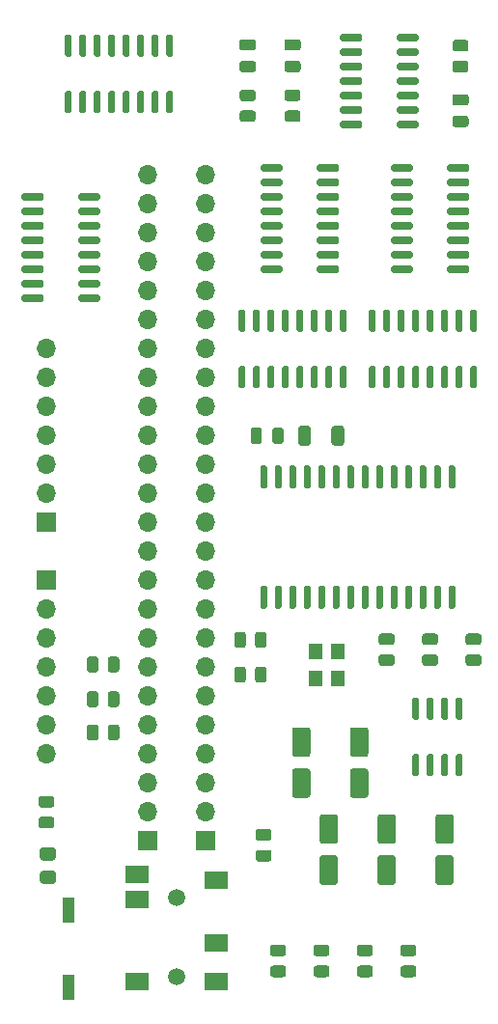
<source format=gbr>
%TF.GenerationSoftware,KiCad,Pcbnew,(5.1.8)-1*%
%TF.CreationDate,2021-05-20T16:02:40+02:00*%
%TF.ProjectId,Nes Sound Expansion,4e657320-536f-4756-9e64-20457870616e,rev?*%
%TF.SameCoordinates,Original*%
%TF.FileFunction,Soldermask,Top*%
%TF.FilePolarity,Negative*%
%FSLAX46Y46*%
G04 Gerber Fmt 4.6, Leading zero omitted, Abs format (unit mm)*
G04 Created by KiCad (PCBNEW (5.1.8)-1) date 2021-05-20 16:02:40*
%MOMM*%
%LPD*%
G01*
G04 APERTURE LIST*
%ADD10O,1.700000X1.700000*%
%ADD11R,1.700000X1.700000*%
%ADD12R,1.120000X2.160000*%
%ADD13R,1.200000X1.400000*%
%ADD14R,2.000000X1.500000*%
%ADD15C,1.500000*%
G04 APERTURE END LIST*
%TO.C,R19*%
G36*
G01*
X103629000Y-93275999D02*
X103629000Y-94176001D01*
G75*
G02*
X103379001Y-94426000I-249999J0D01*
G01*
X102853999Y-94426000D01*
G75*
G02*
X102604000Y-94176001I0J249999D01*
G01*
X102604000Y-93275999D01*
G75*
G02*
X102853999Y-93026000I249999J0D01*
G01*
X103379001Y-93026000D01*
G75*
G02*
X103629000Y-93275999I0J-249999D01*
G01*
G37*
G36*
G01*
X105454000Y-93275999D02*
X105454000Y-94176001D01*
G75*
G02*
X105204001Y-94426000I-249999J0D01*
G01*
X104678999Y-94426000D01*
G75*
G02*
X104429000Y-94176001I0J249999D01*
G01*
X104429000Y-93275999D01*
G75*
G02*
X104678999Y-93026000I249999J0D01*
G01*
X105204001Y-93026000D01*
G75*
G02*
X105454000Y-93275999I0J-249999D01*
G01*
G37*
%TD*%
%TO.C,R18*%
G36*
G01*
X103629000Y-99244999D02*
X103629000Y-100145001D01*
G75*
G02*
X103379001Y-100395000I-249999J0D01*
G01*
X102853999Y-100395000D01*
G75*
G02*
X102604000Y-100145001I0J249999D01*
G01*
X102604000Y-99244999D01*
G75*
G02*
X102853999Y-98995000I249999J0D01*
G01*
X103379001Y-98995000D01*
G75*
G02*
X103629000Y-99244999I0J-249999D01*
G01*
G37*
G36*
G01*
X105454000Y-99244999D02*
X105454000Y-100145001D01*
G75*
G02*
X105204001Y-100395000I-249999J0D01*
G01*
X104678999Y-100395000D01*
G75*
G02*
X104429000Y-100145001I0J249999D01*
G01*
X104429000Y-99244999D01*
G75*
G02*
X104678999Y-98995000I249999J0D01*
G01*
X105204001Y-98995000D01*
G75*
G02*
X105454000Y-99244999I0J-249999D01*
G01*
G37*
%TD*%
%TO.C,R4*%
G36*
G01*
X103629000Y-96323999D02*
X103629000Y-97224001D01*
G75*
G02*
X103379001Y-97474000I-249999J0D01*
G01*
X102853999Y-97474000D01*
G75*
G02*
X102604000Y-97224001I0J249999D01*
G01*
X102604000Y-96323999D01*
G75*
G02*
X102853999Y-96074000I249999J0D01*
G01*
X103379001Y-96074000D01*
G75*
G02*
X103629000Y-96323999I0J-249999D01*
G01*
G37*
G36*
G01*
X105454000Y-96323999D02*
X105454000Y-97224001D01*
G75*
G02*
X105204001Y-97474000I-249999J0D01*
G01*
X104678999Y-97474000D01*
G75*
G02*
X104429000Y-97224001I0J249999D01*
G01*
X104429000Y-96323999D01*
G75*
G02*
X104678999Y-96074000I249999J0D01*
G01*
X105204001Y-96074000D01*
G75*
G02*
X105454000Y-96323999I0J-249999D01*
G01*
G37*
%TD*%
%TO.C,R17*%
G36*
G01*
X116551000Y-91116999D02*
X116551000Y-92017001D01*
G75*
G02*
X116301001Y-92267000I-249999J0D01*
G01*
X115775999Y-92267000D01*
G75*
G02*
X115526000Y-92017001I0J249999D01*
G01*
X115526000Y-91116999D01*
G75*
G02*
X115775999Y-90867000I249999J0D01*
G01*
X116301001Y-90867000D01*
G75*
G02*
X116551000Y-91116999I0J-249999D01*
G01*
G37*
G36*
G01*
X118376000Y-91116999D02*
X118376000Y-92017001D01*
G75*
G02*
X118126001Y-92267000I-249999J0D01*
G01*
X117600999Y-92267000D01*
G75*
G02*
X117351000Y-92017001I0J249999D01*
G01*
X117351000Y-91116999D01*
G75*
G02*
X117600999Y-90867000I249999J0D01*
G01*
X118126001Y-90867000D01*
G75*
G02*
X118376000Y-91116999I0J-249999D01*
G01*
G37*
%TD*%
%TO.C,R16*%
G36*
G01*
X116567000Y-94164999D02*
X116567000Y-95065001D01*
G75*
G02*
X116317001Y-95315000I-249999J0D01*
G01*
X115791999Y-95315000D01*
G75*
G02*
X115542000Y-95065001I0J249999D01*
G01*
X115542000Y-94164999D01*
G75*
G02*
X115791999Y-93915000I249999J0D01*
G01*
X116317001Y-93915000D01*
G75*
G02*
X116567000Y-94164999I0J-249999D01*
G01*
G37*
G36*
G01*
X118392000Y-94164999D02*
X118392000Y-95065001D01*
G75*
G02*
X118142001Y-95315000I-249999J0D01*
G01*
X117616999Y-95315000D01*
G75*
G02*
X117367000Y-95065001I0J249999D01*
G01*
X117367000Y-94164999D01*
G75*
G02*
X117616999Y-93915000I249999J0D01*
G01*
X118142001Y-93915000D01*
G75*
G02*
X118392000Y-94164999I0J-249999D01*
G01*
G37*
%TD*%
%TO.C,R10*%
G36*
G01*
X118560001Y-109185000D02*
X117659999Y-109185000D01*
G75*
G02*
X117410000Y-108935001I0J249999D01*
G01*
X117410000Y-108409999D01*
G75*
G02*
X117659999Y-108160000I249999J0D01*
G01*
X118560001Y-108160000D01*
G75*
G02*
X118810000Y-108409999I0J-249999D01*
G01*
X118810000Y-108935001D01*
G75*
G02*
X118560001Y-109185000I-249999J0D01*
G01*
G37*
G36*
G01*
X118560001Y-111010000D02*
X117659999Y-111010000D01*
G75*
G02*
X117410000Y-110760001I0J249999D01*
G01*
X117410000Y-110234999D01*
G75*
G02*
X117659999Y-109985000I249999J0D01*
G01*
X118560001Y-109985000D01*
G75*
G02*
X118810000Y-110234999I0J-249999D01*
G01*
X118810000Y-110760001D01*
G75*
G02*
X118560001Y-111010000I-249999J0D01*
G01*
G37*
%TD*%
%TO.C,R9*%
G36*
G01*
X99510001Y-106280000D02*
X98609999Y-106280000D01*
G75*
G02*
X98360000Y-106030001I0J249999D01*
G01*
X98360000Y-105504999D01*
G75*
G02*
X98609999Y-105255000I249999J0D01*
G01*
X99510001Y-105255000D01*
G75*
G02*
X99760000Y-105504999I0J-249999D01*
G01*
X99760000Y-106030001D01*
G75*
G02*
X99510001Y-106280000I-249999J0D01*
G01*
G37*
G36*
G01*
X99510001Y-108105000D02*
X98609999Y-108105000D01*
G75*
G02*
X98360000Y-107855001I0J249999D01*
G01*
X98360000Y-107329999D01*
G75*
G02*
X98609999Y-107080000I249999J0D01*
G01*
X99510001Y-107080000D01*
G75*
G02*
X99760000Y-107329999I0J-249999D01*
G01*
X99760000Y-107855001D01*
G75*
G02*
X99510001Y-108105000I-249999J0D01*
G01*
G37*
%TD*%
%TO.C,R8*%
G36*
G01*
X123640001Y-119335000D02*
X122739999Y-119335000D01*
G75*
G02*
X122490000Y-119085001I0J249999D01*
G01*
X122490000Y-118559999D01*
G75*
G02*
X122739999Y-118310000I249999J0D01*
G01*
X123640001Y-118310000D01*
G75*
G02*
X123890000Y-118559999I0J-249999D01*
G01*
X123890000Y-119085001D01*
G75*
G02*
X123640001Y-119335000I-249999J0D01*
G01*
G37*
G36*
G01*
X123640001Y-121160000D02*
X122739999Y-121160000D01*
G75*
G02*
X122490000Y-120910001I0J249999D01*
G01*
X122490000Y-120384999D01*
G75*
G02*
X122739999Y-120135000I249999J0D01*
G01*
X123640001Y-120135000D01*
G75*
G02*
X123890000Y-120384999I0J-249999D01*
G01*
X123890000Y-120910001D01*
G75*
G02*
X123640001Y-121160000I-249999J0D01*
G01*
G37*
%TD*%
%TO.C,R7*%
G36*
G01*
X119830001Y-119335000D02*
X118929999Y-119335000D01*
G75*
G02*
X118680000Y-119085001I0J249999D01*
G01*
X118680000Y-118559999D01*
G75*
G02*
X118929999Y-118310000I249999J0D01*
G01*
X119830001Y-118310000D01*
G75*
G02*
X120080000Y-118559999I0J-249999D01*
G01*
X120080000Y-119085001D01*
G75*
G02*
X119830001Y-119335000I-249999J0D01*
G01*
G37*
G36*
G01*
X119830001Y-121160000D02*
X118929999Y-121160000D01*
G75*
G02*
X118680000Y-120910001I0J249999D01*
G01*
X118680000Y-120384999D01*
G75*
G02*
X118929999Y-120135000I249999J0D01*
G01*
X119830001Y-120135000D01*
G75*
G02*
X120080000Y-120384999I0J-249999D01*
G01*
X120080000Y-120910001D01*
G75*
G02*
X119830001Y-121160000I-249999J0D01*
G01*
G37*
%TD*%
%TO.C,R6*%
G36*
G01*
X127450001Y-119335000D02*
X126549999Y-119335000D01*
G75*
G02*
X126300000Y-119085001I0J249999D01*
G01*
X126300000Y-118559999D01*
G75*
G02*
X126549999Y-118310000I249999J0D01*
G01*
X127450001Y-118310000D01*
G75*
G02*
X127700000Y-118559999I0J-249999D01*
G01*
X127700000Y-119085001D01*
G75*
G02*
X127450001Y-119335000I-249999J0D01*
G01*
G37*
G36*
G01*
X127450001Y-121160000D02*
X126549999Y-121160000D01*
G75*
G02*
X126300000Y-120910001I0J249999D01*
G01*
X126300000Y-120384999D01*
G75*
G02*
X126549999Y-120135000I249999J0D01*
G01*
X127450001Y-120135000D01*
G75*
G02*
X127700000Y-120384999I0J-249999D01*
G01*
X127700000Y-120910001D01*
G75*
G02*
X127450001Y-121160000I-249999J0D01*
G01*
G37*
%TD*%
%TO.C,R5*%
G36*
G01*
X131260001Y-119335000D02*
X130359999Y-119335000D01*
G75*
G02*
X130110000Y-119085001I0J249999D01*
G01*
X130110000Y-118559999D01*
G75*
G02*
X130359999Y-118310000I249999J0D01*
G01*
X131260001Y-118310000D01*
G75*
G02*
X131510000Y-118559999I0J-249999D01*
G01*
X131510000Y-119085001D01*
G75*
G02*
X131260001Y-119335000I-249999J0D01*
G01*
G37*
G36*
G01*
X131260001Y-121160000D02*
X130359999Y-121160000D01*
G75*
G02*
X130110000Y-120910001I0J249999D01*
G01*
X130110000Y-120384999D01*
G75*
G02*
X130359999Y-120135000I249999J0D01*
G01*
X131260001Y-120135000D01*
G75*
G02*
X131510000Y-120384999I0J-249999D01*
G01*
X131510000Y-120910001D01*
G75*
G02*
X131260001Y-121160000I-249999J0D01*
G01*
G37*
%TD*%
%TO.C,R3*%
G36*
G01*
X129355001Y-92030000D02*
X128454999Y-92030000D01*
G75*
G02*
X128205000Y-91780001I0J249999D01*
G01*
X128205000Y-91254999D01*
G75*
G02*
X128454999Y-91005000I249999J0D01*
G01*
X129355001Y-91005000D01*
G75*
G02*
X129605000Y-91254999I0J-249999D01*
G01*
X129605000Y-91780001D01*
G75*
G02*
X129355001Y-92030000I-249999J0D01*
G01*
G37*
G36*
G01*
X129355001Y-93855000D02*
X128454999Y-93855000D01*
G75*
G02*
X128205000Y-93605001I0J249999D01*
G01*
X128205000Y-93079999D01*
G75*
G02*
X128454999Y-92830000I249999J0D01*
G01*
X129355001Y-92830000D01*
G75*
G02*
X129605000Y-93079999I0J-249999D01*
G01*
X129605000Y-93605001D01*
G75*
G02*
X129355001Y-93855000I-249999J0D01*
G01*
G37*
%TD*%
%TO.C,R2*%
G36*
G01*
X133165001Y-92030000D02*
X132264999Y-92030000D01*
G75*
G02*
X132015000Y-91780001I0J249999D01*
G01*
X132015000Y-91254999D01*
G75*
G02*
X132264999Y-91005000I249999J0D01*
G01*
X133165001Y-91005000D01*
G75*
G02*
X133415000Y-91254999I0J-249999D01*
G01*
X133415000Y-91780001D01*
G75*
G02*
X133165001Y-92030000I-249999J0D01*
G01*
G37*
G36*
G01*
X133165001Y-93855000D02*
X132264999Y-93855000D01*
G75*
G02*
X132015000Y-93605001I0J249999D01*
G01*
X132015000Y-93079999D01*
G75*
G02*
X132264999Y-92830000I249999J0D01*
G01*
X133165001Y-92830000D01*
G75*
G02*
X133415000Y-93079999I0J-249999D01*
G01*
X133415000Y-93605001D01*
G75*
G02*
X133165001Y-93855000I-249999J0D01*
G01*
G37*
%TD*%
%TO.C,R1*%
G36*
G01*
X136975001Y-92030000D02*
X136074999Y-92030000D01*
G75*
G02*
X135825000Y-91780001I0J249999D01*
G01*
X135825000Y-91254999D01*
G75*
G02*
X136074999Y-91005000I249999J0D01*
G01*
X136975001Y-91005000D01*
G75*
G02*
X137225000Y-91254999I0J-249999D01*
G01*
X137225000Y-91780001D01*
G75*
G02*
X136975001Y-92030000I-249999J0D01*
G01*
G37*
G36*
G01*
X136975001Y-93855000D02*
X136074999Y-93855000D01*
G75*
G02*
X135825000Y-93605001I0J249999D01*
G01*
X135825000Y-93079999D01*
G75*
G02*
X136074999Y-92830000I249999J0D01*
G01*
X136975001Y-92830000D01*
G75*
G02*
X137225000Y-93079999I0J-249999D01*
G01*
X137225000Y-93605001D01*
G75*
G02*
X136975001Y-93855000I-249999J0D01*
G01*
G37*
%TD*%
D10*
%TO.C,J3*%
X113030000Y-50800000D03*
X113030000Y-53340000D03*
X113030000Y-55880000D03*
X113030000Y-58420000D03*
X113030000Y-60960000D03*
X113030000Y-63500000D03*
X113030000Y-66040000D03*
X113030000Y-68580000D03*
X113030000Y-71120000D03*
X113030000Y-73660000D03*
X113030000Y-76200000D03*
X113030000Y-78740000D03*
X113030000Y-81280000D03*
X113030000Y-83820000D03*
X113030000Y-86360000D03*
X113030000Y-88900000D03*
X113030000Y-91440000D03*
X113030000Y-93980000D03*
X113030000Y-96520000D03*
X113030000Y-99060000D03*
X113030000Y-101600000D03*
X113030000Y-104140000D03*
X113030000Y-106680000D03*
D11*
X113030000Y-109220000D03*
%TD*%
%TO.C,R14*%
G36*
G01*
X135832001Y-39962500D02*
X134931999Y-39962500D01*
G75*
G02*
X134682000Y-39712501I0J249999D01*
G01*
X134682000Y-39187499D01*
G75*
G02*
X134931999Y-38937500I249999J0D01*
G01*
X135832001Y-38937500D01*
G75*
G02*
X136082000Y-39187499I0J-249999D01*
G01*
X136082000Y-39712501D01*
G75*
G02*
X135832001Y-39962500I-249999J0D01*
G01*
G37*
G36*
G01*
X135832001Y-41787500D02*
X134931999Y-41787500D01*
G75*
G02*
X134682000Y-41537501I0J249999D01*
G01*
X134682000Y-41012499D01*
G75*
G02*
X134931999Y-40762500I249999J0D01*
G01*
X135832001Y-40762500D01*
G75*
G02*
X136082000Y-41012499I0J-249999D01*
G01*
X136082000Y-41537501D01*
G75*
G02*
X135832001Y-41787500I-249999J0D01*
G01*
G37*
%TD*%
%TO.C,R13*%
G36*
G01*
X116262999Y-45120000D02*
X117163001Y-45120000D01*
G75*
G02*
X117413000Y-45369999I0J-249999D01*
G01*
X117413000Y-45895001D01*
G75*
G02*
X117163001Y-46145000I-249999J0D01*
G01*
X116262999Y-46145000D01*
G75*
G02*
X116013000Y-45895001I0J249999D01*
G01*
X116013000Y-45369999D01*
G75*
G02*
X116262999Y-45120000I249999J0D01*
G01*
G37*
G36*
G01*
X116262999Y-43295000D02*
X117163001Y-43295000D01*
G75*
G02*
X117413000Y-43544999I0J-249999D01*
G01*
X117413000Y-44070001D01*
G75*
G02*
X117163001Y-44320000I-249999J0D01*
G01*
X116262999Y-44320000D01*
G75*
G02*
X116013000Y-44070001I0J249999D01*
G01*
X116013000Y-43544999D01*
G75*
G02*
X116262999Y-43295000I249999J0D01*
G01*
G37*
%TD*%
%TO.C,R12*%
G36*
G01*
X120199999Y-45120000D02*
X121100001Y-45120000D01*
G75*
G02*
X121350000Y-45369999I0J-249999D01*
G01*
X121350000Y-45895001D01*
G75*
G02*
X121100001Y-46145000I-249999J0D01*
G01*
X120199999Y-46145000D01*
G75*
G02*
X119950000Y-45895001I0J249999D01*
G01*
X119950000Y-45369999D01*
G75*
G02*
X120199999Y-45120000I249999J0D01*
G01*
G37*
G36*
G01*
X120199999Y-43295000D02*
X121100001Y-43295000D01*
G75*
G02*
X121350000Y-43544999I0J-249999D01*
G01*
X121350000Y-44070001D01*
G75*
G02*
X121100001Y-44320000I-249999J0D01*
G01*
X120199999Y-44320000D01*
G75*
G02*
X119950000Y-44070001I0J249999D01*
G01*
X119950000Y-43544999D01*
G75*
G02*
X120199999Y-43295000I249999J0D01*
G01*
G37*
%TD*%
%TO.C,R15*%
G36*
G01*
X122264000Y-73034999D02*
X122264000Y-74285001D01*
G75*
G02*
X122014001Y-74535000I-249999J0D01*
G01*
X121388999Y-74535000D01*
G75*
G02*
X121139000Y-74285001I0J249999D01*
G01*
X121139000Y-73034999D01*
G75*
G02*
X121388999Y-72785000I249999J0D01*
G01*
X122014001Y-72785000D01*
G75*
G02*
X122264000Y-73034999I0J-249999D01*
G01*
G37*
G36*
G01*
X125189000Y-73034999D02*
X125189000Y-74285001D01*
G75*
G02*
X124939001Y-74535000I-249999J0D01*
G01*
X124313999Y-74535000D01*
G75*
G02*
X124064000Y-74285001I0J249999D01*
G01*
X124064000Y-73034999D01*
G75*
G02*
X124313999Y-72785000I249999J0D01*
G01*
X124939001Y-72785000D01*
G75*
G02*
X125189000Y-73034999I0J-249999D01*
G01*
G37*
%TD*%
%TO.C,U2*%
G36*
G01*
X129770000Y-38885000D02*
X129770000Y-38585000D01*
G75*
G02*
X129920000Y-38435000I150000J0D01*
G01*
X131570000Y-38435000D01*
G75*
G02*
X131720000Y-38585000I0J-150000D01*
G01*
X131720000Y-38885000D01*
G75*
G02*
X131570000Y-39035000I-150000J0D01*
G01*
X129920000Y-39035000D01*
G75*
G02*
X129770000Y-38885000I0J150000D01*
G01*
G37*
G36*
G01*
X129770000Y-40155000D02*
X129770000Y-39855000D01*
G75*
G02*
X129920000Y-39705000I150000J0D01*
G01*
X131570000Y-39705000D01*
G75*
G02*
X131720000Y-39855000I0J-150000D01*
G01*
X131720000Y-40155000D01*
G75*
G02*
X131570000Y-40305000I-150000J0D01*
G01*
X129920000Y-40305000D01*
G75*
G02*
X129770000Y-40155000I0J150000D01*
G01*
G37*
G36*
G01*
X129770000Y-41425000D02*
X129770000Y-41125000D01*
G75*
G02*
X129920000Y-40975000I150000J0D01*
G01*
X131570000Y-40975000D01*
G75*
G02*
X131720000Y-41125000I0J-150000D01*
G01*
X131720000Y-41425000D01*
G75*
G02*
X131570000Y-41575000I-150000J0D01*
G01*
X129920000Y-41575000D01*
G75*
G02*
X129770000Y-41425000I0J150000D01*
G01*
G37*
G36*
G01*
X129770000Y-42695000D02*
X129770000Y-42395000D01*
G75*
G02*
X129920000Y-42245000I150000J0D01*
G01*
X131570000Y-42245000D01*
G75*
G02*
X131720000Y-42395000I0J-150000D01*
G01*
X131720000Y-42695000D01*
G75*
G02*
X131570000Y-42845000I-150000J0D01*
G01*
X129920000Y-42845000D01*
G75*
G02*
X129770000Y-42695000I0J150000D01*
G01*
G37*
G36*
G01*
X129770000Y-43965000D02*
X129770000Y-43665000D01*
G75*
G02*
X129920000Y-43515000I150000J0D01*
G01*
X131570000Y-43515000D01*
G75*
G02*
X131720000Y-43665000I0J-150000D01*
G01*
X131720000Y-43965000D01*
G75*
G02*
X131570000Y-44115000I-150000J0D01*
G01*
X129920000Y-44115000D01*
G75*
G02*
X129770000Y-43965000I0J150000D01*
G01*
G37*
G36*
G01*
X129770000Y-45235000D02*
X129770000Y-44935000D01*
G75*
G02*
X129920000Y-44785000I150000J0D01*
G01*
X131570000Y-44785000D01*
G75*
G02*
X131720000Y-44935000I0J-150000D01*
G01*
X131720000Y-45235000D01*
G75*
G02*
X131570000Y-45385000I-150000J0D01*
G01*
X129920000Y-45385000D01*
G75*
G02*
X129770000Y-45235000I0J150000D01*
G01*
G37*
G36*
G01*
X129770000Y-46505000D02*
X129770000Y-46205000D01*
G75*
G02*
X129920000Y-46055000I150000J0D01*
G01*
X131570000Y-46055000D01*
G75*
G02*
X131720000Y-46205000I0J-150000D01*
G01*
X131720000Y-46505000D01*
G75*
G02*
X131570000Y-46655000I-150000J0D01*
G01*
X129920000Y-46655000D01*
G75*
G02*
X129770000Y-46505000I0J150000D01*
G01*
G37*
G36*
G01*
X124820000Y-46505000D02*
X124820000Y-46205000D01*
G75*
G02*
X124970000Y-46055000I150000J0D01*
G01*
X126620000Y-46055000D01*
G75*
G02*
X126770000Y-46205000I0J-150000D01*
G01*
X126770000Y-46505000D01*
G75*
G02*
X126620000Y-46655000I-150000J0D01*
G01*
X124970000Y-46655000D01*
G75*
G02*
X124820000Y-46505000I0J150000D01*
G01*
G37*
G36*
G01*
X124820000Y-45235000D02*
X124820000Y-44935000D01*
G75*
G02*
X124970000Y-44785000I150000J0D01*
G01*
X126620000Y-44785000D01*
G75*
G02*
X126770000Y-44935000I0J-150000D01*
G01*
X126770000Y-45235000D01*
G75*
G02*
X126620000Y-45385000I-150000J0D01*
G01*
X124970000Y-45385000D01*
G75*
G02*
X124820000Y-45235000I0J150000D01*
G01*
G37*
G36*
G01*
X124820000Y-43965000D02*
X124820000Y-43665000D01*
G75*
G02*
X124970000Y-43515000I150000J0D01*
G01*
X126620000Y-43515000D01*
G75*
G02*
X126770000Y-43665000I0J-150000D01*
G01*
X126770000Y-43965000D01*
G75*
G02*
X126620000Y-44115000I-150000J0D01*
G01*
X124970000Y-44115000D01*
G75*
G02*
X124820000Y-43965000I0J150000D01*
G01*
G37*
G36*
G01*
X124820000Y-42695000D02*
X124820000Y-42395000D01*
G75*
G02*
X124970000Y-42245000I150000J0D01*
G01*
X126620000Y-42245000D01*
G75*
G02*
X126770000Y-42395000I0J-150000D01*
G01*
X126770000Y-42695000D01*
G75*
G02*
X126620000Y-42845000I-150000J0D01*
G01*
X124970000Y-42845000D01*
G75*
G02*
X124820000Y-42695000I0J150000D01*
G01*
G37*
G36*
G01*
X124820000Y-41425000D02*
X124820000Y-41125000D01*
G75*
G02*
X124970000Y-40975000I150000J0D01*
G01*
X126620000Y-40975000D01*
G75*
G02*
X126770000Y-41125000I0J-150000D01*
G01*
X126770000Y-41425000D01*
G75*
G02*
X126620000Y-41575000I-150000J0D01*
G01*
X124970000Y-41575000D01*
G75*
G02*
X124820000Y-41425000I0J150000D01*
G01*
G37*
G36*
G01*
X124820000Y-40155000D02*
X124820000Y-39855000D01*
G75*
G02*
X124970000Y-39705000I150000J0D01*
G01*
X126620000Y-39705000D01*
G75*
G02*
X126770000Y-39855000I0J-150000D01*
G01*
X126770000Y-40155000D01*
G75*
G02*
X126620000Y-40305000I-150000J0D01*
G01*
X124970000Y-40305000D01*
G75*
G02*
X124820000Y-40155000I0J150000D01*
G01*
G37*
G36*
G01*
X124820000Y-38885000D02*
X124820000Y-38585000D01*
G75*
G02*
X124970000Y-38435000I150000J0D01*
G01*
X126620000Y-38435000D01*
G75*
G02*
X126770000Y-38585000I0J-150000D01*
G01*
X126770000Y-38885000D01*
G75*
G02*
X126620000Y-39035000I-150000J0D01*
G01*
X124970000Y-39035000D01*
G75*
G02*
X124820000Y-38885000I0J150000D01*
G01*
G37*
%TD*%
%TO.C,C5*%
G36*
G01*
X134907000Y-45596000D02*
X135857000Y-45596000D01*
G75*
G02*
X136107000Y-45846000I0J-250000D01*
G01*
X136107000Y-46346000D01*
G75*
G02*
X135857000Y-46596000I-250000J0D01*
G01*
X134907000Y-46596000D01*
G75*
G02*
X134657000Y-46346000I0J250000D01*
G01*
X134657000Y-45846000D01*
G75*
G02*
X134907000Y-45596000I250000J0D01*
G01*
G37*
G36*
G01*
X134907000Y-43696000D02*
X135857000Y-43696000D01*
G75*
G02*
X136107000Y-43946000I0J-250000D01*
G01*
X136107000Y-44446000D01*
G75*
G02*
X135857000Y-44696000I-250000J0D01*
G01*
X134907000Y-44696000D01*
G75*
G02*
X134657000Y-44446000I0J250000D01*
G01*
X134657000Y-43946000D01*
G75*
G02*
X134907000Y-43696000I250000J0D01*
G01*
G37*
%TD*%
%TO.C,C4*%
G36*
G01*
X116238000Y-40775000D02*
X117188000Y-40775000D01*
G75*
G02*
X117438000Y-41025000I0J-250000D01*
G01*
X117438000Y-41525000D01*
G75*
G02*
X117188000Y-41775000I-250000J0D01*
G01*
X116238000Y-41775000D01*
G75*
G02*
X115988000Y-41525000I0J250000D01*
G01*
X115988000Y-41025000D01*
G75*
G02*
X116238000Y-40775000I250000J0D01*
G01*
G37*
G36*
G01*
X116238000Y-38875000D02*
X117188000Y-38875000D01*
G75*
G02*
X117438000Y-39125000I0J-250000D01*
G01*
X117438000Y-39625000D01*
G75*
G02*
X117188000Y-39875000I-250000J0D01*
G01*
X116238000Y-39875000D01*
G75*
G02*
X115988000Y-39625000I0J250000D01*
G01*
X115988000Y-39125000D01*
G75*
G02*
X116238000Y-38875000I250000J0D01*
G01*
G37*
%TD*%
%TO.C,C3*%
G36*
G01*
X120175000Y-40775000D02*
X121125000Y-40775000D01*
G75*
G02*
X121375000Y-41025000I0J-250000D01*
G01*
X121375000Y-41525000D01*
G75*
G02*
X121125000Y-41775000I-250000J0D01*
G01*
X120175000Y-41775000D01*
G75*
G02*
X119925000Y-41525000I0J250000D01*
G01*
X119925000Y-41025000D01*
G75*
G02*
X120175000Y-40775000I250000J0D01*
G01*
G37*
G36*
G01*
X120175000Y-38875000D02*
X121125000Y-38875000D01*
G75*
G02*
X121375000Y-39125000I0J-250000D01*
G01*
X121375000Y-39625000D01*
G75*
G02*
X121125000Y-39875000I-250000J0D01*
G01*
X120175000Y-39875000D01*
G75*
G02*
X119925000Y-39625000I0J250000D01*
G01*
X119925000Y-39125000D01*
G75*
G02*
X120175000Y-38875000I250000J0D01*
G01*
G37*
%TD*%
%TO.C,C1*%
G36*
G01*
X117975000Y-73185000D02*
X117975000Y-74135000D01*
G75*
G02*
X117725000Y-74385000I-250000J0D01*
G01*
X117225000Y-74385000D01*
G75*
G02*
X116975000Y-74135000I0J250000D01*
G01*
X116975000Y-73185000D01*
G75*
G02*
X117225000Y-72935000I250000J0D01*
G01*
X117725000Y-72935000D01*
G75*
G02*
X117975000Y-73185000I0J-250000D01*
G01*
G37*
G36*
G01*
X119875000Y-73185000D02*
X119875000Y-74135000D01*
G75*
G02*
X119625000Y-74385000I-250000J0D01*
G01*
X119125000Y-74385000D01*
G75*
G02*
X118875000Y-74135000I0J250000D01*
G01*
X118875000Y-73185000D01*
G75*
G02*
X119125000Y-72935000I250000J0D01*
G01*
X119625000Y-72935000D01*
G75*
G02*
X119875000Y-73185000I0J-250000D01*
G01*
G37*
%TD*%
%TO.C,YMF288*%
G36*
G01*
X133200000Y-86810000D02*
X133500000Y-86810000D01*
G75*
G02*
X133650000Y-86960000I0J-150000D01*
G01*
X133650000Y-88710000D01*
G75*
G02*
X133500000Y-88860000I-150000J0D01*
G01*
X133200000Y-88860000D01*
G75*
G02*
X133050000Y-88710000I0J150000D01*
G01*
X133050000Y-86960000D01*
G75*
G02*
X133200000Y-86810000I150000J0D01*
G01*
G37*
G36*
G01*
X131930000Y-86810000D02*
X132230000Y-86810000D01*
G75*
G02*
X132380000Y-86960000I0J-150000D01*
G01*
X132380000Y-88710000D01*
G75*
G02*
X132230000Y-88860000I-150000J0D01*
G01*
X131930000Y-88860000D01*
G75*
G02*
X131780000Y-88710000I0J150000D01*
G01*
X131780000Y-86960000D01*
G75*
G02*
X131930000Y-86810000I150000J0D01*
G01*
G37*
G36*
G01*
X130660000Y-86810000D02*
X130960000Y-86810000D01*
G75*
G02*
X131110000Y-86960000I0J-150000D01*
G01*
X131110000Y-88710000D01*
G75*
G02*
X130960000Y-88860000I-150000J0D01*
G01*
X130660000Y-88860000D01*
G75*
G02*
X130510000Y-88710000I0J150000D01*
G01*
X130510000Y-86960000D01*
G75*
G02*
X130660000Y-86810000I150000J0D01*
G01*
G37*
G36*
G01*
X120500000Y-86810000D02*
X120800000Y-86810000D01*
G75*
G02*
X120950000Y-86960000I0J-150000D01*
G01*
X120950000Y-88710000D01*
G75*
G02*
X120800000Y-88860000I-150000J0D01*
G01*
X120500000Y-88860000D01*
G75*
G02*
X120350000Y-88710000I0J150000D01*
G01*
X120350000Y-86960000D01*
G75*
G02*
X120500000Y-86810000I150000J0D01*
G01*
G37*
G36*
G01*
X117960000Y-86810000D02*
X118260000Y-86810000D01*
G75*
G02*
X118410000Y-86960000I0J-150000D01*
G01*
X118410000Y-88710000D01*
G75*
G02*
X118260000Y-88860000I-150000J0D01*
G01*
X117960000Y-88860000D01*
G75*
G02*
X117810000Y-88710000I0J150000D01*
G01*
X117810000Y-86960000D01*
G75*
G02*
X117960000Y-86810000I150000J0D01*
G01*
G37*
G36*
G01*
X134470000Y-86810000D02*
X134770000Y-86810000D01*
G75*
G02*
X134920000Y-86960000I0J-150000D01*
G01*
X134920000Y-88710000D01*
G75*
G02*
X134770000Y-88860000I-150000J0D01*
G01*
X134470000Y-88860000D01*
G75*
G02*
X134320000Y-88710000I0J150000D01*
G01*
X134320000Y-86960000D01*
G75*
G02*
X134470000Y-86810000I150000J0D01*
G01*
G37*
G36*
G01*
X124310000Y-86810000D02*
X124610000Y-86810000D01*
G75*
G02*
X124760000Y-86960000I0J-150000D01*
G01*
X124760000Y-88710000D01*
G75*
G02*
X124610000Y-88860000I-150000J0D01*
G01*
X124310000Y-88860000D01*
G75*
G02*
X124160000Y-88710000I0J150000D01*
G01*
X124160000Y-86960000D01*
G75*
G02*
X124310000Y-86810000I150000J0D01*
G01*
G37*
G36*
G01*
X119230000Y-86810000D02*
X119530000Y-86810000D01*
G75*
G02*
X119680000Y-86960000I0J-150000D01*
G01*
X119680000Y-88710000D01*
G75*
G02*
X119530000Y-88860000I-150000J0D01*
G01*
X119230000Y-88860000D01*
G75*
G02*
X119080000Y-88710000I0J150000D01*
G01*
X119080000Y-86960000D01*
G75*
G02*
X119230000Y-86810000I150000J0D01*
G01*
G37*
G36*
G01*
X126850000Y-86810000D02*
X127150000Y-86810000D01*
G75*
G02*
X127300000Y-86960000I0J-150000D01*
G01*
X127300000Y-88710000D01*
G75*
G02*
X127150000Y-88860000I-150000J0D01*
G01*
X126850000Y-88860000D01*
G75*
G02*
X126700000Y-88710000I0J150000D01*
G01*
X126700000Y-86960000D01*
G75*
G02*
X126850000Y-86810000I150000J0D01*
G01*
G37*
G36*
G01*
X128120000Y-86810000D02*
X128420000Y-86810000D01*
G75*
G02*
X128570000Y-86960000I0J-150000D01*
G01*
X128570000Y-88710000D01*
G75*
G02*
X128420000Y-88860000I-150000J0D01*
G01*
X128120000Y-88860000D01*
G75*
G02*
X127970000Y-88710000I0J150000D01*
G01*
X127970000Y-86960000D01*
G75*
G02*
X128120000Y-86810000I150000J0D01*
G01*
G37*
G36*
G01*
X129390000Y-86810000D02*
X129690000Y-86810000D01*
G75*
G02*
X129840000Y-86960000I0J-150000D01*
G01*
X129840000Y-88710000D01*
G75*
G02*
X129690000Y-88860000I-150000J0D01*
G01*
X129390000Y-88860000D01*
G75*
G02*
X129240000Y-88710000I0J150000D01*
G01*
X129240000Y-86960000D01*
G75*
G02*
X129390000Y-86810000I150000J0D01*
G01*
G37*
G36*
G01*
X121770000Y-86810000D02*
X122070000Y-86810000D01*
G75*
G02*
X122220000Y-86960000I0J-150000D01*
G01*
X122220000Y-88710000D01*
G75*
G02*
X122070000Y-88860000I-150000J0D01*
G01*
X121770000Y-88860000D01*
G75*
G02*
X121620000Y-88710000I0J150000D01*
G01*
X121620000Y-86960000D01*
G75*
G02*
X121770000Y-86810000I150000J0D01*
G01*
G37*
G36*
G01*
X117960000Y-76240000D02*
X118260000Y-76240000D01*
G75*
G02*
X118410000Y-76390000I0J-150000D01*
G01*
X118410000Y-78140000D01*
G75*
G02*
X118260000Y-78290000I-150000J0D01*
G01*
X117960000Y-78290000D01*
G75*
G02*
X117810000Y-78140000I0J150000D01*
G01*
X117810000Y-76390000D01*
G75*
G02*
X117960000Y-76240000I150000J0D01*
G01*
G37*
G36*
G01*
X123040000Y-86810000D02*
X123340000Y-86810000D01*
G75*
G02*
X123490000Y-86960000I0J-150000D01*
G01*
X123490000Y-88710000D01*
G75*
G02*
X123340000Y-88860000I-150000J0D01*
G01*
X123040000Y-88860000D01*
G75*
G02*
X122890000Y-88710000I0J150000D01*
G01*
X122890000Y-86960000D01*
G75*
G02*
X123040000Y-86810000I150000J0D01*
G01*
G37*
G36*
G01*
X119230000Y-76240000D02*
X119530000Y-76240000D01*
G75*
G02*
X119680000Y-76390000I0J-150000D01*
G01*
X119680000Y-78140000D01*
G75*
G02*
X119530000Y-78290000I-150000J0D01*
G01*
X119230000Y-78290000D01*
G75*
G02*
X119080000Y-78140000I0J150000D01*
G01*
X119080000Y-76390000D01*
G75*
G02*
X119230000Y-76240000I150000J0D01*
G01*
G37*
G36*
G01*
X125580000Y-86810000D02*
X125880000Y-86810000D01*
G75*
G02*
X126030000Y-86960000I0J-150000D01*
G01*
X126030000Y-88710000D01*
G75*
G02*
X125880000Y-88860000I-150000J0D01*
G01*
X125580000Y-88860000D01*
G75*
G02*
X125430000Y-88710000I0J150000D01*
G01*
X125430000Y-86960000D01*
G75*
G02*
X125580000Y-86810000I150000J0D01*
G01*
G37*
G36*
G01*
X120500000Y-76240000D02*
X120800000Y-76240000D01*
G75*
G02*
X120950000Y-76390000I0J-150000D01*
G01*
X120950000Y-78140000D01*
G75*
G02*
X120800000Y-78290000I-150000J0D01*
G01*
X120500000Y-78290000D01*
G75*
G02*
X120350000Y-78140000I0J150000D01*
G01*
X120350000Y-76390000D01*
G75*
G02*
X120500000Y-76240000I150000J0D01*
G01*
G37*
G36*
G01*
X126850000Y-76240000D02*
X127150000Y-76240000D01*
G75*
G02*
X127300000Y-76390000I0J-150000D01*
G01*
X127300000Y-78140000D01*
G75*
G02*
X127150000Y-78290000I-150000J0D01*
G01*
X126850000Y-78290000D01*
G75*
G02*
X126700000Y-78140000I0J150000D01*
G01*
X126700000Y-76390000D01*
G75*
G02*
X126850000Y-76240000I150000J0D01*
G01*
G37*
G36*
G01*
X134470000Y-76240000D02*
X134770000Y-76240000D01*
G75*
G02*
X134920000Y-76390000I0J-150000D01*
G01*
X134920000Y-78140000D01*
G75*
G02*
X134770000Y-78290000I-150000J0D01*
G01*
X134470000Y-78290000D01*
G75*
G02*
X134320000Y-78140000I0J150000D01*
G01*
X134320000Y-76390000D01*
G75*
G02*
X134470000Y-76240000I150000J0D01*
G01*
G37*
G36*
G01*
X123040000Y-76240000D02*
X123340000Y-76240000D01*
G75*
G02*
X123490000Y-76390000I0J-150000D01*
G01*
X123490000Y-78140000D01*
G75*
G02*
X123340000Y-78290000I-150000J0D01*
G01*
X123040000Y-78290000D01*
G75*
G02*
X122890000Y-78140000I0J150000D01*
G01*
X122890000Y-76390000D01*
G75*
G02*
X123040000Y-76240000I150000J0D01*
G01*
G37*
G36*
G01*
X133200000Y-76240000D02*
X133500000Y-76240000D01*
G75*
G02*
X133650000Y-76390000I0J-150000D01*
G01*
X133650000Y-78140000D01*
G75*
G02*
X133500000Y-78290000I-150000J0D01*
G01*
X133200000Y-78290000D01*
G75*
G02*
X133050000Y-78140000I0J150000D01*
G01*
X133050000Y-76390000D01*
G75*
G02*
X133200000Y-76240000I150000J0D01*
G01*
G37*
G36*
G01*
X130660000Y-76240000D02*
X130960000Y-76240000D01*
G75*
G02*
X131110000Y-76390000I0J-150000D01*
G01*
X131110000Y-78140000D01*
G75*
G02*
X130960000Y-78290000I-150000J0D01*
G01*
X130660000Y-78290000D01*
G75*
G02*
X130510000Y-78140000I0J150000D01*
G01*
X130510000Y-76390000D01*
G75*
G02*
X130660000Y-76240000I150000J0D01*
G01*
G37*
G36*
G01*
X129390000Y-76240000D02*
X129690000Y-76240000D01*
G75*
G02*
X129840000Y-76390000I0J-150000D01*
G01*
X129840000Y-78140000D01*
G75*
G02*
X129690000Y-78290000I-150000J0D01*
G01*
X129390000Y-78290000D01*
G75*
G02*
X129240000Y-78140000I0J150000D01*
G01*
X129240000Y-76390000D01*
G75*
G02*
X129390000Y-76240000I150000J0D01*
G01*
G37*
G36*
G01*
X121770000Y-76240000D02*
X122070000Y-76240000D01*
G75*
G02*
X122220000Y-76390000I0J-150000D01*
G01*
X122220000Y-78140000D01*
G75*
G02*
X122070000Y-78290000I-150000J0D01*
G01*
X121770000Y-78290000D01*
G75*
G02*
X121620000Y-78140000I0J150000D01*
G01*
X121620000Y-76390000D01*
G75*
G02*
X121770000Y-76240000I150000J0D01*
G01*
G37*
G36*
G01*
X128120000Y-76240000D02*
X128420000Y-76240000D01*
G75*
G02*
X128570000Y-76390000I0J-150000D01*
G01*
X128570000Y-78140000D01*
G75*
G02*
X128420000Y-78290000I-150000J0D01*
G01*
X128120000Y-78290000D01*
G75*
G02*
X127970000Y-78140000I0J150000D01*
G01*
X127970000Y-76390000D01*
G75*
G02*
X128120000Y-76240000I150000J0D01*
G01*
G37*
G36*
G01*
X131930000Y-76240000D02*
X132230000Y-76240000D01*
G75*
G02*
X132380000Y-76390000I0J-150000D01*
G01*
X132380000Y-78140000D01*
G75*
G02*
X132230000Y-78290000I-150000J0D01*
G01*
X131930000Y-78290000D01*
G75*
G02*
X131780000Y-78140000I0J150000D01*
G01*
X131780000Y-76390000D01*
G75*
G02*
X131930000Y-76240000I150000J0D01*
G01*
G37*
G36*
G01*
X124310000Y-76240000D02*
X124610000Y-76240000D01*
G75*
G02*
X124760000Y-76390000I0J-150000D01*
G01*
X124760000Y-78140000D01*
G75*
G02*
X124610000Y-78290000I-150000J0D01*
G01*
X124310000Y-78290000D01*
G75*
G02*
X124160000Y-78140000I0J150000D01*
G01*
X124160000Y-76390000D01*
G75*
G02*
X124310000Y-76240000I150000J0D01*
G01*
G37*
G36*
G01*
X125580000Y-76240000D02*
X125880000Y-76240000D01*
G75*
G02*
X126030000Y-76390000I0J-150000D01*
G01*
X126030000Y-78140000D01*
G75*
G02*
X125880000Y-78290000I-150000J0D01*
G01*
X125580000Y-78290000D01*
G75*
G02*
X125430000Y-78140000I0J150000D01*
G01*
X125430000Y-76390000D01*
G75*
G02*
X125580000Y-76240000I150000J0D01*
G01*
G37*
%TD*%
%TO.C,BU9480F1*%
G36*
G01*
X131595000Y-98578500D02*
X131295000Y-98578500D01*
G75*
G02*
X131145000Y-98428500I0J150000D01*
G01*
X131145000Y-96778500D01*
G75*
G02*
X131295000Y-96628500I150000J0D01*
G01*
X131595000Y-96628500D01*
G75*
G02*
X131745000Y-96778500I0J-150000D01*
G01*
X131745000Y-98428500D01*
G75*
G02*
X131595000Y-98578500I-150000J0D01*
G01*
G37*
G36*
G01*
X132865000Y-98578500D02*
X132565000Y-98578500D01*
G75*
G02*
X132415000Y-98428500I0J150000D01*
G01*
X132415000Y-96778500D01*
G75*
G02*
X132565000Y-96628500I150000J0D01*
G01*
X132865000Y-96628500D01*
G75*
G02*
X133015000Y-96778500I0J-150000D01*
G01*
X133015000Y-98428500D01*
G75*
G02*
X132865000Y-98578500I-150000J0D01*
G01*
G37*
G36*
G01*
X134135000Y-98578500D02*
X133835000Y-98578500D01*
G75*
G02*
X133685000Y-98428500I0J150000D01*
G01*
X133685000Y-96778500D01*
G75*
G02*
X133835000Y-96628500I150000J0D01*
G01*
X134135000Y-96628500D01*
G75*
G02*
X134285000Y-96778500I0J-150000D01*
G01*
X134285000Y-98428500D01*
G75*
G02*
X134135000Y-98578500I-150000J0D01*
G01*
G37*
G36*
G01*
X135405000Y-98578500D02*
X135105000Y-98578500D01*
G75*
G02*
X134955000Y-98428500I0J150000D01*
G01*
X134955000Y-96778500D01*
G75*
G02*
X135105000Y-96628500I150000J0D01*
G01*
X135405000Y-96628500D01*
G75*
G02*
X135555000Y-96778500I0J-150000D01*
G01*
X135555000Y-98428500D01*
G75*
G02*
X135405000Y-98578500I-150000J0D01*
G01*
G37*
G36*
G01*
X135405000Y-103528500D02*
X135105000Y-103528500D01*
G75*
G02*
X134955000Y-103378500I0J150000D01*
G01*
X134955000Y-101728500D01*
G75*
G02*
X135105000Y-101578500I150000J0D01*
G01*
X135405000Y-101578500D01*
G75*
G02*
X135555000Y-101728500I0J-150000D01*
G01*
X135555000Y-103378500D01*
G75*
G02*
X135405000Y-103528500I-150000J0D01*
G01*
G37*
G36*
G01*
X134135000Y-103528500D02*
X133835000Y-103528500D01*
G75*
G02*
X133685000Y-103378500I0J150000D01*
G01*
X133685000Y-101728500D01*
G75*
G02*
X133835000Y-101578500I150000J0D01*
G01*
X134135000Y-101578500D01*
G75*
G02*
X134285000Y-101728500I0J-150000D01*
G01*
X134285000Y-103378500D01*
G75*
G02*
X134135000Y-103528500I-150000J0D01*
G01*
G37*
G36*
G01*
X132865000Y-103528500D02*
X132565000Y-103528500D01*
G75*
G02*
X132415000Y-103378500I0J150000D01*
G01*
X132415000Y-101728500D01*
G75*
G02*
X132565000Y-101578500I150000J0D01*
G01*
X132865000Y-101578500D01*
G75*
G02*
X133015000Y-101728500I0J-150000D01*
G01*
X133015000Y-103378500D01*
G75*
G02*
X132865000Y-103528500I-150000J0D01*
G01*
G37*
G36*
G01*
X131595000Y-103528500D02*
X131295000Y-103528500D01*
G75*
G02*
X131145000Y-103378500I0J150000D01*
G01*
X131145000Y-101728500D01*
G75*
G02*
X131295000Y-101578500I150000J0D01*
G01*
X131595000Y-101578500D01*
G75*
G02*
X131745000Y-101728500I0J-150000D01*
G01*
X131745000Y-103378500D01*
G75*
G02*
X131595000Y-103528500I-150000J0D01*
G01*
G37*
%TD*%
D12*
%TO.C,J5*%
X100965000Y-115317000D03*
X100965000Y-122047000D03*
%TD*%
%TO.C,J7*%
G36*
G01*
X98736999Y-111820000D02*
X99637001Y-111820000D01*
G75*
G02*
X99887000Y-112069999I0J-249999D01*
G01*
X99887000Y-112720001D01*
G75*
G02*
X99637001Y-112970000I-249999J0D01*
G01*
X98736999Y-112970000D01*
G75*
G02*
X98487000Y-112720001I0J249999D01*
G01*
X98487000Y-112069999D01*
G75*
G02*
X98736999Y-111820000I249999J0D01*
G01*
G37*
G36*
G01*
X98736999Y-109770000D02*
X99637001Y-109770000D01*
G75*
G02*
X99887000Y-110019999I0J-249999D01*
G01*
X99887000Y-110670001D01*
G75*
G02*
X99637001Y-110920000I-249999J0D01*
G01*
X98736999Y-110920000D01*
G75*
G02*
X98487000Y-110670001I0J249999D01*
G01*
X98487000Y-110019999D01*
G75*
G02*
X98736999Y-109770000I249999J0D01*
G01*
G37*
%TD*%
D13*
%TO.C,X1*%
X124587000Y-92596000D03*
X124587000Y-94996000D03*
X122687000Y-94996000D03*
X122687000Y-92596000D03*
%TD*%
%TO.C,C13*%
G36*
G01*
X123275000Y-110460000D02*
X124375000Y-110460000D01*
G75*
G02*
X124625000Y-110710000I0J-250000D01*
G01*
X124625000Y-112810000D01*
G75*
G02*
X124375000Y-113060000I-250000J0D01*
G01*
X123275000Y-113060000D01*
G75*
G02*
X123025000Y-112810000I0J250000D01*
G01*
X123025000Y-110710000D01*
G75*
G02*
X123275000Y-110460000I250000J0D01*
G01*
G37*
G36*
G01*
X123275000Y-106860000D02*
X124375000Y-106860000D01*
G75*
G02*
X124625000Y-107110000I0J-250000D01*
G01*
X124625000Y-109210000D01*
G75*
G02*
X124375000Y-109460000I-250000J0D01*
G01*
X123275000Y-109460000D01*
G75*
G02*
X123025000Y-109210000I0J250000D01*
G01*
X123025000Y-107110000D01*
G75*
G02*
X123275000Y-106860000I250000J0D01*
G01*
G37*
%TD*%
%TO.C,C12*%
G36*
G01*
X120862000Y-102840000D02*
X121962000Y-102840000D01*
G75*
G02*
X122212000Y-103090000I0J-250000D01*
G01*
X122212000Y-105190000D01*
G75*
G02*
X121962000Y-105440000I-250000J0D01*
G01*
X120862000Y-105440000D01*
G75*
G02*
X120612000Y-105190000I0J250000D01*
G01*
X120612000Y-103090000D01*
G75*
G02*
X120862000Y-102840000I250000J0D01*
G01*
G37*
G36*
G01*
X120862000Y-99240000D02*
X121962000Y-99240000D01*
G75*
G02*
X122212000Y-99490000I0J-250000D01*
G01*
X122212000Y-101590000D01*
G75*
G02*
X121962000Y-101840000I-250000J0D01*
G01*
X120862000Y-101840000D01*
G75*
G02*
X120612000Y-101590000I0J250000D01*
G01*
X120612000Y-99490000D01*
G75*
G02*
X120862000Y-99240000I250000J0D01*
G01*
G37*
%TD*%
%TO.C,C11*%
G36*
G01*
X125942000Y-102840000D02*
X127042000Y-102840000D01*
G75*
G02*
X127292000Y-103090000I0J-250000D01*
G01*
X127292000Y-105190000D01*
G75*
G02*
X127042000Y-105440000I-250000J0D01*
G01*
X125942000Y-105440000D01*
G75*
G02*
X125692000Y-105190000I0J250000D01*
G01*
X125692000Y-103090000D01*
G75*
G02*
X125942000Y-102840000I250000J0D01*
G01*
G37*
G36*
G01*
X125942000Y-99240000D02*
X127042000Y-99240000D01*
G75*
G02*
X127292000Y-99490000I0J-250000D01*
G01*
X127292000Y-101590000D01*
G75*
G02*
X127042000Y-101840000I-250000J0D01*
G01*
X125942000Y-101840000D01*
G75*
G02*
X125692000Y-101590000I0J250000D01*
G01*
X125692000Y-99490000D01*
G75*
G02*
X125942000Y-99240000I250000J0D01*
G01*
G37*
%TD*%
%TO.C,C10*%
G36*
G01*
X133435000Y-110460000D02*
X134535000Y-110460000D01*
G75*
G02*
X134785000Y-110710000I0J-250000D01*
G01*
X134785000Y-112810000D01*
G75*
G02*
X134535000Y-113060000I-250000J0D01*
G01*
X133435000Y-113060000D01*
G75*
G02*
X133185000Y-112810000I0J250000D01*
G01*
X133185000Y-110710000D01*
G75*
G02*
X133435000Y-110460000I250000J0D01*
G01*
G37*
G36*
G01*
X133435000Y-106860000D02*
X134535000Y-106860000D01*
G75*
G02*
X134785000Y-107110000I0J-250000D01*
G01*
X134785000Y-109210000D01*
G75*
G02*
X134535000Y-109460000I-250000J0D01*
G01*
X133435000Y-109460000D01*
G75*
G02*
X133185000Y-109210000I0J250000D01*
G01*
X133185000Y-107110000D01*
G75*
G02*
X133435000Y-106860000I250000J0D01*
G01*
G37*
%TD*%
%TO.C,C2*%
G36*
G01*
X128355000Y-110460000D02*
X129455000Y-110460000D01*
G75*
G02*
X129705000Y-110710000I0J-250000D01*
G01*
X129705000Y-112810000D01*
G75*
G02*
X129455000Y-113060000I-250000J0D01*
G01*
X128355000Y-113060000D01*
G75*
G02*
X128105000Y-112810000I0J250000D01*
G01*
X128105000Y-110710000D01*
G75*
G02*
X128355000Y-110460000I250000J0D01*
G01*
G37*
G36*
G01*
X128355000Y-106860000D02*
X129455000Y-106860000D01*
G75*
G02*
X129705000Y-107110000I0J-250000D01*
G01*
X129705000Y-109210000D01*
G75*
G02*
X129455000Y-109460000I-250000J0D01*
G01*
X128355000Y-109460000D01*
G75*
G02*
X128105000Y-109210000I0J250000D01*
G01*
X128105000Y-107110000D01*
G75*
G02*
X128355000Y-106860000I250000J0D01*
G01*
G37*
%TD*%
D14*
%TO.C,J6*%
X106990000Y-121540000D03*
D15*
X110490000Y-114140000D03*
X110490000Y-121140000D03*
D14*
X106990000Y-114340000D03*
X106990000Y-112140000D03*
X113990000Y-121540000D03*
X113990000Y-118140000D03*
X113990000Y-112640000D03*
%TD*%
D10*
%TO.C,J2*%
X99060000Y-66040000D03*
X99060000Y-68580000D03*
X99060000Y-71120000D03*
X99060000Y-73660000D03*
X99060000Y-76200000D03*
X99060000Y-78740000D03*
D11*
X99060000Y-81280000D03*
%TD*%
D10*
%TO.C,J1*%
X99060000Y-101600000D03*
X99060000Y-99060000D03*
X99060000Y-96520000D03*
X99060000Y-93980000D03*
X99060000Y-91440000D03*
X99060000Y-88900000D03*
D11*
X99060000Y-86360000D03*
%TD*%
%TO.C,U1*%
G36*
G01*
X101115000Y-40410000D02*
X100815000Y-40410000D01*
G75*
G02*
X100665000Y-40260000I0J150000D01*
G01*
X100665000Y-38610000D01*
G75*
G02*
X100815000Y-38460000I150000J0D01*
G01*
X101115000Y-38460000D01*
G75*
G02*
X101265000Y-38610000I0J-150000D01*
G01*
X101265000Y-40260000D01*
G75*
G02*
X101115000Y-40410000I-150000J0D01*
G01*
G37*
G36*
G01*
X102385000Y-40410000D02*
X102085000Y-40410000D01*
G75*
G02*
X101935000Y-40260000I0J150000D01*
G01*
X101935000Y-38610000D01*
G75*
G02*
X102085000Y-38460000I150000J0D01*
G01*
X102385000Y-38460000D01*
G75*
G02*
X102535000Y-38610000I0J-150000D01*
G01*
X102535000Y-40260000D01*
G75*
G02*
X102385000Y-40410000I-150000J0D01*
G01*
G37*
G36*
G01*
X103655000Y-40410000D02*
X103355000Y-40410000D01*
G75*
G02*
X103205000Y-40260000I0J150000D01*
G01*
X103205000Y-38610000D01*
G75*
G02*
X103355000Y-38460000I150000J0D01*
G01*
X103655000Y-38460000D01*
G75*
G02*
X103805000Y-38610000I0J-150000D01*
G01*
X103805000Y-40260000D01*
G75*
G02*
X103655000Y-40410000I-150000J0D01*
G01*
G37*
G36*
G01*
X104925000Y-40410000D02*
X104625000Y-40410000D01*
G75*
G02*
X104475000Y-40260000I0J150000D01*
G01*
X104475000Y-38610000D01*
G75*
G02*
X104625000Y-38460000I150000J0D01*
G01*
X104925000Y-38460000D01*
G75*
G02*
X105075000Y-38610000I0J-150000D01*
G01*
X105075000Y-40260000D01*
G75*
G02*
X104925000Y-40410000I-150000J0D01*
G01*
G37*
G36*
G01*
X106195000Y-40410000D02*
X105895000Y-40410000D01*
G75*
G02*
X105745000Y-40260000I0J150000D01*
G01*
X105745000Y-38610000D01*
G75*
G02*
X105895000Y-38460000I150000J0D01*
G01*
X106195000Y-38460000D01*
G75*
G02*
X106345000Y-38610000I0J-150000D01*
G01*
X106345000Y-40260000D01*
G75*
G02*
X106195000Y-40410000I-150000J0D01*
G01*
G37*
G36*
G01*
X107465000Y-40410000D02*
X107165000Y-40410000D01*
G75*
G02*
X107015000Y-40260000I0J150000D01*
G01*
X107015000Y-38610000D01*
G75*
G02*
X107165000Y-38460000I150000J0D01*
G01*
X107465000Y-38460000D01*
G75*
G02*
X107615000Y-38610000I0J-150000D01*
G01*
X107615000Y-40260000D01*
G75*
G02*
X107465000Y-40410000I-150000J0D01*
G01*
G37*
G36*
G01*
X108735000Y-40410000D02*
X108435000Y-40410000D01*
G75*
G02*
X108285000Y-40260000I0J150000D01*
G01*
X108285000Y-38610000D01*
G75*
G02*
X108435000Y-38460000I150000J0D01*
G01*
X108735000Y-38460000D01*
G75*
G02*
X108885000Y-38610000I0J-150000D01*
G01*
X108885000Y-40260000D01*
G75*
G02*
X108735000Y-40410000I-150000J0D01*
G01*
G37*
G36*
G01*
X110005000Y-40410000D02*
X109705000Y-40410000D01*
G75*
G02*
X109555000Y-40260000I0J150000D01*
G01*
X109555000Y-38610000D01*
G75*
G02*
X109705000Y-38460000I150000J0D01*
G01*
X110005000Y-38460000D01*
G75*
G02*
X110155000Y-38610000I0J-150000D01*
G01*
X110155000Y-40260000D01*
G75*
G02*
X110005000Y-40410000I-150000J0D01*
G01*
G37*
G36*
G01*
X110005000Y-45360000D02*
X109705000Y-45360000D01*
G75*
G02*
X109555000Y-45210000I0J150000D01*
G01*
X109555000Y-43560000D01*
G75*
G02*
X109705000Y-43410000I150000J0D01*
G01*
X110005000Y-43410000D01*
G75*
G02*
X110155000Y-43560000I0J-150000D01*
G01*
X110155000Y-45210000D01*
G75*
G02*
X110005000Y-45360000I-150000J0D01*
G01*
G37*
G36*
G01*
X108735000Y-45360000D02*
X108435000Y-45360000D01*
G75*
G02*
X108285000Y-45210000I0J150000D01*
G01*
X108285000Y-43560000D01*
G75*
G02*
X108435000Y-43410000I150000J0D01*
G01*
X108735000Y-43410000D01*
G75*
G02*
X108885000Y-43560000I0J-150000D01*
G01*
X108885000Y-45210000D01*
G75*
G02*
X108735000Y-45360000I-150000J0D01*
G01*
G37*
G36*
G01*
X107465000Y-45360000D02*
X107165000Y-45360000D01*
G75*
G02*
X107015000Y-45210000I0J150000D01*
G01*
X107015000Y-43560000D01*
G75*
G02*
X107165000Y-43410000I150000J0D01*
G01*
X107465000Y-43410000D01*
G75*
G02*
X107615000Y-43560000I0J-150000D01*
G01*
X107615000Y-45210000D01*
G75*
G02*
X107465000Y-45360000I-150000J0D01*
G01*
G37*
G36*
G01*
X106195000Y-45360000D02*
X105895000Y-45360000D01*
G75*
G02*
X105745000Y-45210000I0J150000D01*
G01*
X105745000Y-43560000D01*
G75*
G02*
X105895000Y-43410000I150000J0D01*
G01*
X106195000Y-43410000D01*
G75*
G02*
X106345000Y-43560000I0J-150000D01*
G01*
X106345000Y-45210000D01*
G75*
G02*
X106195000Y-45360000I-150000J0D01*
G01*
G37*
G36*
G01*
X104925000Y-45360000D02*
X104625000Y-45360000D01*
G75*
G02*
X104475000Y-45210000I0J150000D01*
G01*
X104475000Y-43560000D01*
G75*
G02*
X104625000Y-43410000I150000J0D01*
G01*
X104925000Y-43410000D01*
G75*
G02*
X105075000Y-43560000I0J-150000D01*
G01*
X105075000Y-45210000D01*
G75*
G02*
X104925000Y-45360000I-150000J0D01*
G01*
G37*
G36*
G01*
X103655000Y-45360000D02*
X103355000Y-45360000D01*
G75*
G02*
X103205000Y-45210000I0J150000D01*
G01*
X103205000Y-43560000D01*
G75*
G02*
X103355000Y-43410000I150000J0D01*
G01*
X103655000Y-43410000D01*
G75*
G02*
X103805000Y-43560000I0J-150000D01*
G01*
X103805000Y-45210000D01*
G75*
G02*
X103655000Y-45360000I-150000J0D01*
G01*
G37*
G36*
G01*
X102385000Y-45360000D02*
X102085000Y-45360000D01*
G75*
G02*
X101935000Y-45210000I0J150000D01*
G01*
X101935000Y-43560000D01*
G75*
G02*
X102085000Y-43410000I150000J0D01*
G01*
X102385000Y-43410000D01*
G75*
G02*
X102535000Y-43560000I0J-150000D01*
G01*
X102535000Y-45210000D01*
G75*
G02*
X102385000Y-45360000I-150000J0D01*
G01*
G37*
G36*
G01*
X101115000Y-45360000D02*
X100815000Y-45360000D01*
G75*
G02*
X100665000Y-45210000I0J150000D01*
G01*
X100665000Y-43560000D01*
G75*
G02*
X100815000Y-43410000I150000J0D01*
G01*
X101115000Y-43410000D01*
G75*
G02*
X101265000Y-43560000I0J-150000D01*
G01*
X101265000Y-45210000D01*
G75*
G02*
X101115000Y-45360000I-150000J0D01*
G01*
G37*
%TD*%
%TO.C,U10*%
G36*
G01*
X101830000Y-52855000D02*
X101830000Y-52555000D01*
G75*
G02*
X101980000Y-52405000I150000J0D01*
G01*
X103630000Y-52405000D01*
G75*
G02*
X103780000Y-52555000I0J-150000D01*
G01*
X103780000Y-52855000D01*
G75*
G02*
X103630000Y-53005000I-150000J0D01*
G01*
X101980000Y-53005000D01*
G75*
G02*
X101830000Y-52855000I0J150000D01*
G01*
G37*
G36*
G01*
X101830000Y-54125000D02*
X101830000Y-53825000D01*
G75*
G02*
X101980000Y-53675000I150000J0D01*
G01*
X103630000Y-53675000D01*
G75*
G02*
X103780000Y-53825000I0J-150000D01*
G01*
X103780000Y-54125000D01*
G75*
G02*
X103630000Y-54275000I-150000J0D01*
G01*
X101980000Y-54275000D01*
G75*
G02*
X101830000Y-54125000I0J150000D01*
G01*
G37*
G36*
G01*
X101830000Y-55395000D02*
X101830000Y-55095000D01*
G75*
G02*
X101980000Y-54945000I150000J0D01*
G01*
X103630000Y-54945000D01*
G75*
G02*
X103780000Y-55095000I0J-150000D01*
G01*
X103780000Y-55395000D01*
G75*
G02*
X103630000Y-55545000I-150000J0D01*
G01*
X101980000Y-55545000D01*
G75*
G02*
X101830000Y-55395000I0J150000D01*
G01*
G37*
G36*
G01*
X101830000Y-56665000D02*
X101830000Y-56365000D01*
G75*
G02*
X101980000Y-56215000I150000J0D01*
G01*
X103630000Y-56215000D01*
G75*
G02*
X103780000Y-56365000I0J-150000D01*
G01*
X103780000Y-56665000D01*
G75*
G02*
X103630000Y-56815000I-150000J0D01*
G01*
X101980000Y-56815000D01*
G75*
G02*
X101830000Y-56665000I0J150000D01*
G01*
G37*
G36*
G01*
X101830000Y-57935000D02*
X101830000Y-57635000D01*
G75*
G02*
X101980000Y-57485000I150000J0D01*
G01*
X103630000Y-57485000D01*
G75*
G02*
X103780000Y-57635000I0J-150000D01*
G01*
X103780000Y-57935000D01*
G75*
G02*
X103630000Y-58085000I-150000J0D01*
G01*
X101980000Y-58085000D01*
G75*
G02*
X101830000Y-57935000I0J150000D01*
G01*
G37*
G36*
G01*
X101830000Y-59205000D02*
X101830000Y-58905000D01*
G75*
G02*
X101980000Y-58755000I150000J0D01*
G01*
X103630000Y-58755000D01*
G75*
G02*
X103780000Y-58905000I0J-150000D01*
G01*
X103780000Y-59205000D01*
G75*
G02*
X103630000Y-59355000I-150000J0D01*
G01*
X101980000Y-59355000D01*
G75*
G02*
X101830000Y-59205000I0J150000D01*
G01*
G37*
G36*
G01*
X101830000Y-60475000D02*
X101830000Y-60175000D01*
G75*
G02*
X101980000Y-60025000I150000J0D01*
G01*
X103630000Y-60025000D01*
G75*
G02*
X103780000Y-60175000I0J-150000D01*
G01*
X103780000Y-60475000D01*
G75*
G02*
X103630000Y-60625000I-150000J0D01*
G01*
X101980000Y-60625000D01*
G75*
G02*
X101830000Y-60475000I0J150000D01*
G01*
G37*
G36*
G01*
X101830000Y-61745000D02*
X101830000Y-61445000D01*
G75*
G02*
X101980000Y-61295000I150000J0D01*
G01*
X103630000Y-61295000D01*
G75*
G02*
X103780000Y-61445000I0J-150000D01*
G01*
X103780000Y-61745000D01*
G75*
G02*
X103630000Y-61895000I-150000J0D01*
G01*
X101980000Y-61895000D01*
G75*
G02*
X101830000Y-61745000I0J150000D01*
G01*
G37*
G36*
G01*
X96880000Y-61745000D02*
X96880000Y-61445000D01*
G75*
G02*
X97030000Y-61295000I150000J0D01*
G01*
X98680000Y-61295000D01*
G75*
G02*
X98830000Y-61445000I0J-150000D01*
G01*
X98830000Y-61745000D01*
G75*
G02*
X98680000Y-61895000I-150000J0D01*
G01*
X97030000Y-61895000D01*
G75*
G02*
X96880000Y-61745000I0J150000D01*
G01*
G37*
G36*
G01*
X96880000Y-60475000D02*
X96880000Y-60175000D01*
G75*
G02*
X97030000Y-60025000I150000J0D01*
G01*
X98680000Y-60025000D01*
G75*
G02*
X98830000Y-60175000I0J-150000D01*
G01*
X98830000Y-60475000D01*
G75*
G02*
X98680000Y-60625000I-150000J0D01*
G01*
X97030000Y-60625000D01*
G75*
G02*
X96880000Y-60475000I0J150000D01*
G01*
G37*
G36*
G01*
X96880000Y-59205000D02*
X96880000Y-58905000D01*
G75*
G02*
X97030000Y-58755000I150000J0D01*
G01*
X98680000Y-58755000D01*
G75*
G02*
X98830000Y-58905000I0J-150000D01*
G01*
X98830000Y-59205000D01*
G75*
G02*
X98680000Y-59355000I-150000J0D01*
G01*
X97030000Y-59355000D01*
G75*
G02*
X96880000Y-59205000I0J150000D01*
G01*
G37*
G36*
G01*
X96880000Y-57935000D02*
X96880000Y-57635000D01*
G75*
G02*
X97030000Y-57485000I150000J0D01*
G01*
X98680000Y-57485000D01*
G75*
G02*
X98830000Y-57635000I0J-150000D01*
G01*
X98830000Y-57935000D01*
G75*
G02*
X98680000Y-58085000I-150000J0D01*
G01*
X97030000Y-58085000D01*
G75*
G02*
X96880000Y-57935000I0J150000D01*
G01*
G37*
G36*
G01*
X96880000Y-56665000D02*
X96880000Y-56365000D01*
G75*
G02*
X97030000Y-56215000I150000J0D01*
G01*
X98680000Y-56215000D01*
G75*
G02*
X98830000Y-56365000I0J-150000D01*
G01*
X98830000Y-56665000D01*
G75*
G02*
X98680000Y-56815000I-150000J0D01*
G01*
X97030000Y-56815000D01*
G75*
G02*
X96880000Y-56665000I0J150000D01*
G01*
G37*
G36*
G01*
X96880000Y-55395000D02*
X96880000Y-55095000D01*
G75*
G02*
X97030000Y-54945000I150000J0D01*
G01*
X98680000Y-54945000D01*
G75*
G02*
X98830000Y-55095000I0J-150000D01*
G01*
X98830000Y-55395000D01*
G75*
G02*
X98680000Y-55545000I-150000J0D01*
G01*
X97030000Y-55545000D01*
G75*
G02*
X96880000Y-55395000I0J150000D01*
G01*
G37*
G36*
G01*
X96880000Y-54125000D02*
X96880000Y-53825000D01*
G75*
G02*
X97030000Y-53675000I150000J0D01*
G01*
X98680000Y-53675000D01*
G75*
G02*
X98830000Y-53825000I0J-150000D01*
G01*
X98830000Y-54125000D01*
G75*
G02*
X98680000Y-54275000I-150000J0D01*
G01*
X97030000Y-54275000D01*
G75*
G02*
X96880000Y-54125000I0J150000D01*
G01*
G37*
G36*
G01*
X96880000Y-52855000D02*
X96880000Y-52555000D01*
G75*
G02*
X97030000Y-52405000I150000J0D01*
G01*
X98680000Y-52405000D01*
G75*
G02*
X98830000Y-52555000I0J-150000D01*
G01*
X98830000Y-52855000D01*
G75*
G02*
X98680000Y-53005000I-150000J0D01*
G01*
X97030000Y-53005000D01*
G75*
G02*
X96880000Y-52855000I0J150000D01*
G01*
G37*
%TD*%
%TO.C,U9*%
G36*
G01*
X136375000Y-67540000D02*
X136675000Y-67540000D01*
G75*
G02*
X136825000Y-67690000I0J-150000D01*
G01*
X136825000Y-69340000D01*
G75*
G02*
X136675000Y-69490000I-150000J0D01*
G01*
X136375000Y-69490000D01*
G75*
G02*
X136225000Y-69340000I0J150000D01*
G01*
X136225000Y-67690000D01*
G75*
G02*
X136375000Y-67540000I150000J0D01*
G01*
G37*
G36*
G01*
X135105000Y-67540000D02*
X135405000Y-67540000D01*
G75*
G02*
X135555000Y-67690000I0J-150000D01*
G01*
X135555000Y-69340000D01*
G75*
G02*
X135405000Y-69490000I-150000J0D01*
G01*
X135105000Y-69490000D01*
G75*
G02*
X134955000Y-69340000I0J150000D01*
G01*
X134955000Y-67690000D01*
G75*
G02*
X135105000Y-67540000I150000J0D01*
G01*
G37*
G36*
G01*
X133835000Y-67540000D02*
X134135000Y-67540000D01*
G75*
G02*
X134285000Y-67690000I0J-150000D01*
G01*
X134285000Y-69340000D01*
G75*
G02*
X134135000Y-69490000I-150000J0D01*
G01*
X133835000Y-69490000D01*
G75*
G02*
X133685000Y-69340000I0J150000D01*
G01*
X133685000Y-67690000D01*
G75*
G02*
X133835000Y-67540000I150000J0D01*
G01*
G37*
G36*
G01*
X132565000Y-67540000D02*
X132865000Y-67540000D01*
G75*
G02*
X133015000Y-67690000I0J-150000D01*
G01*
X133015000Y-69340000D01*
G75*
G02*
X132865000Y-69490000I-150000J0D01*
G01*
X132565000Y-69490000D01*
G75*
G02*
X132415000Y-69340000I0J150000D01*
G01*
X132415000Y-67690000D01*
G75*
G02*
X132565000Y-67540000I150000J0D01*
G01*
G37*
G36*
G01*
X131295000Y-67540000D02*
X131595000Y-67540000D01*
G75*
G02*
X131745000Y-67690000I0J-150000D01*
G01*
X131745000Y-69340000D01*
G75*
G02*
X131595000Y-69490000I-150000J0D01*
G01*
X131295000Y-69490000D01*
G75*
G02*
X131145000Y-69340000I0J150000D01*
G01*
X131145000Y-67690000D01*
G75*
G02*
X131295000Y-67540000I150000J0D01*
G01*
G37*
G36*
G01*
X130025000Y-67540000D02*
X130325000Y-67540000D01*
G75*
G02*
X130475000Y-67690000I0J-150000D01*
G01*
X130475000Y-69340000D01*
G75*
G02*
X130325000Y-69490000I-150000J0D01*
G01*
X130025000Y-69490000D01*
G75*
G02*
X129875000Y-69340000I0J150000D01*
G01*
X129875000Y-67690000D01*
G75*
G02*
X130025000Y-67540000I150000J0D01*
G01*
G37*
G36*
G01*
X128755000Y-67540000D02*
X129055000Y-67540000D01*
G75*
G02*
X129205000Y-67690000I0J-150000D01*
G01*
X129205000Y-69340000D01*
G75*
G02*
X129055000Y-69490000I-150000J0D01*
G01*
X128755000Y-69490000D01*
G75*
G02*
X128605000Y-69340000I0J150000D01*
G01*
X128605000Y-67690000D01*
G75*
G02*
X128755000Y-67540000I150000J0D01*
G01*
G37*
G36*
G01*
X127485000Y-67540000D02*
X127785000Y-67540000D01*
G75*
G02*
X127935000Y-67690000I0J-150000D01*
G01*
X127935000Y-69340000D01*
G75*
G02*
X127785000Y-69490000I-150000J0D01*
G01*
X127485000Y-69490000D01*
G75*
G02*
X127335000Y-69340000I0J150000D01*
G01*
X127335000Y-67690000D01*
G75*
G02*
X127485000Y-67540000I150000J0D01*
G01*
G37*
G36*
G01*
X127485000Y-62590000D02*
X127785000Y-62590000D01*
G75*
G02*
X127935000Y-62740000I0J-150000D01*
G01*
X127935000Y-64390000D01*
G75*
G02*
X127785000Y-64540000I-150000J0D01*
G01*
X127485000Y-64540000D01*
G75*
G02*
X127335000Y-64390000I0J150000D01*
G01*
X127335000Y-62740000D01*
G75*
G02*
X127485000Y-62590000I150000J0D01*
G01*
G37*
G36*
G01*
X128755000Y-62590000D02*
X129055000Y-62590000D01*
G75*
G02*
X129205000Y-62740000I0J-150000D01*
G01*
X129205000Y-64390000D01*
G75*
G02*
X129055000Y-64540000I-150000J0D01*
G01*
X128755000Y-64540000D01*
G75*
G02*
X128605000Y-64390000I0J150000D01*
G01*
X128605000Y-62740000D01*
G75*
G02*
X128755000Y-62590000I150000J0D01*
G01*
G37*
G36*
G01*
X130025000Y-62590000D02*
X130325000Y-62590000D01*
G75*
G02*
X130475000Y-62740000I0J-150000D01*
G01*
X130475000Y-64390000D01*
G75*
G02*
X130325000Y-64540000I-150000J0D01*
G01*
X130025000Y-64540000D01*
G75*
G02*
X129875000Y-64390000I0J150000D01*
G01*
X129875000Y-62740000D01*
G75*
G02*
X130025000Y-62590000I150000J0D01*
G01*
G37*
G36*
G01*
X131295000Y-62590000D02*
X131595000Y-62590000D01*
G75*
G02*
X131745000Y-62740000I0J-150000D01*
G01*
X131745000Y-64390000D01*
G75*
G02*
X131595000Y-64540000I-150000J0D01*
G01*
X131295000Y-64540000D01*
G75*
G02*
X131145000Y-64390000I0J150000D01*
G01*
X131145000Y-62740000D01*
G75*
G02*
X131295000Y-62590000I150000J0D01*
G01*
G37*
G36*
G01*
X132565000Y-62590000D02*
X132865000Y-62590000D01*
G75*
G02*
X133015000Y-62740000I0J-150000D01*
G01*
X133015000Y-64390000D01*
G75*
G02*
X132865000Y-64540000I-150000J0D01*
G01*
X132565000Y-64540000D01*
G75*
G02*
X132415000Y-64390000I0J150000D01*
G01*
X132415000Y-62740000D01*
G75*
G02*
X132565000Y-62590000I150000J0D01*
G01*
G37*
G36*
G01*
X133835000Y-62590000D02*
X134135000Y-62590000D01*
G75*
G02*
X134285000Y-62740000I0J-150000D01*
G01*
X134285000Y-64390000D01*
G75*
G02*
X134135000Y-64540000I-150000J0D01*
G01*
X133835000Y-64540000D01*
G75*
G02*
X133685000Y-64390000I0J150000D01*
G01*
X133685000Y-62740000D01*
G75*
G02*
X133835000Y-62590000I150000J0D01*
G01*
G37*
G36*
G01*
X135105000Y-62590000D02*
X135405000Y-62590000D01*
G75*
G02*
X135555000Y-62740000I0J-150000D01*
G01*
X135555000Y-64390000D01*
G75*
G02*
X135405000Y-64540000I-150000J0D01*
G01*
X135105000Y-64540000D01*
G75*
G02*
X134955000Y-64390000I0J150000D01*
G01*
X134955000Y-62740000D01*
G75*
G02*
X135105000Y-62590000I150000J0D01*
G01*
G37*
G36*
G01*
X136375000Y-62590000D02*
X136675000Y-62590000D01*
G75*
G02*
X136825000Y-62740000I0J-150000D01*
G01*
X136825000Y-64390000D01*
G75*
G02*
X136675000Y-64540000I-150000J0D01*
G01*
X136375000Y-64540000D01*
G75*
G02*
X136225000Y-64390000I0J150000D01*
G01*
X136225000Y-62740000D01*
G75*
G02*
X136375000Y-62590000I150000J0D01*
G01*
G37*
%TD*%
%TO.C,U8*%
G36*
G01*
X124945000Y-67540000D02*
X125245000Y-67540000D01*
G75*
G02*
X125395000Y-67690000I0J-150000D01*
G01*
X125395000Y-69340000D01*
G75*
G02*
X125245000Y-69490000I-150000J0D01*
G01*
X124945000Y-69490000D01*
G75*
G02*
X124795000Y-69340000I0J150000D01*
G01*
X124795000Y-67690000D01*
G75*
G02*
X124945000Y-67540000I150000J0D01*
G01*
G37*
G36*
G01*
X123675000Y-67540000D02*
X123975000Y-67540000D01*
G75*
G02*
X124125000Y-67690000I0J-150000D01*
G01*
X124125000Y-69340000D01*
G75*
G02*
X123975000Y-69490000I-150000J0D01*
G01*
X123675000Y-69490000D01*
G75*
G02*
X123525000Y-69340000I0J150000D01*
G01*
X123525000Y-67690000D01*
G75*
G02*
X123675000Y-67540000I150000J0D01*
G01*
G37*
G36*
G01*
X122405000Y-67540000D02*
X122705000Y-67540000D01*
G75*
G02*
X122855000Y-67690000I0J-150000D01*
G01*
X122855000Y-69340000D01*
G75*
G02*
X122705000Y-69490000I-150000J0D01*
G01*
X122405000Y-69490000D01*
G75*
G02*
X122255000Y-69340000I0J150000D01*
G01*
X122255000Y-67690000D01*
G75*
G02*
X122405000Y-67540000I150000J0D01*
G01*
G37*
G36*
G01*
X121135000Y-67540000D02*
X121435000Y-67540000D01*
G75*
G02*
X121585000Y-67690000I0J-150000D01*
G01*
X121585000Y-69340000D01*
G75*
G02*
X121435000Y-69490000I-150000J0D01*
G01*
X121135000Y-69490000D01*
G75*
G02*
X120985000Y-69340000I0J150000D01*
G01*
X120985000Y-67690000D01*
G75*
G02*
X121135000Y-67540000I150000J0D01*
G01*
G37*
G36*
G01*
X119865000Y-67540000D02*
X120165000Y-67540000D01*
G75*
G02*
X120315000Y-67690000I0J-150000D01*
G01*
X120315000Y-69340000D01*
G75*
G02*
X120165000Y-69490000I-150000J0D01*
G01*
X119865000Y-69490000D01*
G75*
G02*
X119715000Y-69340000I0J150000D01*
G01*
X119715000Y-67690000D01*
G75*
G02*
X119865000Y-67540000I150000J0D01*
G01*
G37*
G36*
G01*
X118595000Y-67540000D02*
X118895000Y-67540000D01*
G75*
G02*
X119045000Y-67690000I0J-150000D01*
G01*
X119045000Y-69340000D01*
G75*
G02*
X118895000Y-69490000I-150000J0D01*
G01*
X118595000Y-69490000D01*
G75*
G02*
X118445000Y-69340000I0J150000D01*
G01*
X118445000Y-67690000D01*
G75*
G02*
X118595000Y-67540000I150000J0D01*
G01*
G37*
G36*
G01*
X117325000Y-67540000D02*
X117625000Y-67540000D01*
G75*
G02*
X117775000Y-67690000I0J-150000D01*
G01*
X117775000Y-69340000D01*
G75*
G02*
X117625000Y-69490000I-150000J0D01*
G01*
X117325000Y-69490000D01*
G75*
G02*
X117175000Y-69340000I0J150000D01*
G01*
X117175000Y-67690000D01*
G75*
G02*
X117325000Y-67540000I150000J0D01*
G01*
G37*
G36*
G01*
X116055000Y-67540000D02*
X116355000Y-67540000D01*
G75*
G02*
X116505000Y-67690000I0J-150000D01*
G01*
X116505000Y-69340000D01*
G75*
G02*
X116355000Y-69490000I-150000J0D01*
G01*
X116055000Y-69490000D01*
G75*
G02*
X115905000Y-69340000I0J150000D01*
G01*
X115905000Y-67690000D01*
G75*
G02*
X116055000Y-67540000I150000J0D01*
G01*
G37*
G36*
G01*
X116055000Y-62590000D02*
X116355000Y-62590000D01*
G75*
G02*
X116505000Y-62740000I0J-150000D01*
G01*
X116505000Y-64390000D01*
G75*
G02*
X116355000Y-64540000I-150000J0D01*
G01*
X116055000Y-64540000D01*
G75*
G02*
X115905000Y-64390000I0J150000D01*
G01*
X115905000Y-62740000D01*
G75*
G02*
X116055000Y-62590000I150000J0D01*
G01*
G37*
G36*
G01*
X117325000Y-62590000D02*
X117625000Y-62590000D01*
G75*
G02*
X117775000Y-62740000I0J-150000D01*
G01*
X117775000Y-64390000D01*
G75*
G02*
X117625000Y-64540000I-150000J0D01*
G01*
X117325000Y-64540000D01*
G75*
G02*
X117175000Y-64390000I0J150000D01*
G01*
X117175000Y-62740000D01*
G75*
G02*
X117325000Y-62590000I150000J0D01*
G01*
G37*
G36*
G01*
X118595000Y-62590000D02*
X118895000Y-62590000D01*
G75*
G02*
X119045000Y-62740000I0J-150000D01*
G01*
X119045000Y-64390000D01*
G75*
G02*
X118895000Y-64540000I-150000J0D01*
G01*
X118595000Y-64540000D01*
G75*
G02*
X118445000Y-64390000I0J150000D01*
G01*
X118445000Y-62740000D01*
G75*
G02*
X118595000Y-62590000I150000J0D01*
G01*
G37*
G36*
G01*
X119865000Y-62590000D02*
X120165000Y-62590000D01*
G75*
G02*
X120315000Y-62740000I0J-150000D01*
G01*
X120315000Y-64390000D01*
G75*
G02*
X120165000Y-64540000I-150000J0D01*
G01*
X119865000Y-64540000D01*
G75*
G02*
X119715000Y-64390000I0J150000D01*
G01*
X119715000Y-62740000D01*
G75*
G02*
X119865000Y-62590000I150000J0D01*
G01*
G37*
G36*
G01*
X121135000Y-62590000D02*
X121435000Y-62590000D01*
G75*
G02*
X121585000Y-62740000I0J-150000D01*
G01*
X121585000Y-64390000D01*
G75*
G02*
X121435000Y-64540000I-150000J0D01*
G01*
X121135000Y-64540000D01*
G75*
G02*
X120985000Y-64390000I0J150000D01*
G01*
X120985000Y-62740000D01*
G75*
G02*
X121135000Y-62590000I150000J0D01*
G01*
G37*
G36*
G01*
X122405000Y-62590000D02*
X122705000Y-62590000D01*
G75*
G02*
X122855000Y-62740000I0J-150000D01*
G01*
X122855000Y-64390000D01*
G75*
G02*
X122705000Y-64540000I-150000J0D01*
G01*
X122405000Y-64540000D01*
G75*
G02*
X122255000Y-64390000I0J150000D01*
G01*
X122255000Y-62740000D01*
G75*
G02*
X122405000Y-62590000I150000J0D01*
G01*
G37*
G36*
G01*
X123675000Y-62590000D02*
X123975000Y-62590000D01*
G75*
G02*
X124125000Y-62740000I0J-150000D01*
G01*
X124125000Y-64390000D01*
G75*
G02*
X123975000Y-64540000I-150000J0D01*
G01*
X123675000Y-64540000D01*
G75*
G02*
X123525000Y-64390000I0J150000D01*
G01*
X123525000Y-62740000D01*
G75*
G02*
X123675000Y-62590000I150000J0D01*
G01*
G37*
G36*
G01*
X124945000Y-62590000D02*
X125245000Y-62590000D01*
G75*
G02*
X125395000Y-62740000I0J-150000D01*
G01*
X125395000Y-64390000D01*
G75*
G02*
X125245000Y-64540000I-150000J0D01*
G01*
X124945000Y-64540000D01*
G75*
G02*
X124795000Y-64390000I0J150000D01*
G01*
X124795000Y-62740000D01*
G75*
G02*
X124945000Y-62590000I150000J0D01*
G01*
G37*
%TD*%
%TO.C,U7*%
G36*
G01*
X122785000Y-50315000D02*
X122785000Y-50015000D01*
G75*
G02*
X122935000Y-49865000I150000J0D01*
G01*
X124585000Y-49865000D01*
G75*
G02*
X124735000Y-50015000I0J-150000D01*
G01*
X124735000Y-50315000D01*
G75*
G02*
X124585000Y-50465000I-150000J0D01*
G01*
X122935000Y-50465000D01*
G75*
G02*
X122785000Y-50315000I0J150000D01*
G01*
G37*
G36*
G01*
X122785000Y-51585000D02*
X122785000Y-51285000D01*
G75*
G02*
X122935000Y-51135000I150000J0D01*
G01*
X124585000Y-51135000D01*
G75*
G02*
X124735000Y-51285000I0J-150000D01*
G01*
X124735000Y-51585000D01*
G75*
G02*
X124585000Y-51735000I-150000J0D01*
G01*
X122935000Y-51735000D01*
G75*
G02*
X122785000Y-51585000I0J150000D01*
G01*
G37*
G36*
G01*
X122785000Y-52855000D02*
X122785000Y-52555000D01*
G75*
G02*
X122935000Y-52405000I150000J0D01*
G01*
X124585000Y-52405000D01*
G75*
G02*
X124735000Y-52555000I0J-150000D01*
G01*
X124735000Y-52855000D01*
G75*
G02*
X124585000Y-53005000I-150000J0D01*
G01*
X122935000Y-53005000D01*
G75*
G02*
X122785000Y-52855000I0J150000D01*
G01*
G37*
G36*
G01*
X122785000Y-54125000D02*
X122785000Y-53825000D01*
G75*
G02*
X122935000Y-53675000I150000J0D01*
G01*
X124585000Y-53675000D01*
G75*
G02*
X124735000Y-53825000I0J-150000D01*
G01*
X124735000Y-54125000D01*
G75*
G02*
X124585000Y-54275000I-150000J0D01*
G01*
X122935000Y-54275000D01*
G75*
G02*
X122785000Y-54125000I0J150000D01*
G01*
G37*
G36*
G01*
X122785000Y-55395000D02*
X122785000Y-55095000D01*
G75*
G02*
X122935000Y-54945000I150000J0D01*
G01*
X124585000Y-54945000D01*
G75*
G02*
X124735000Y-55095000I0J-150000D01*
G01*
X124735000Y-55395000D01*
G75*
G02*
X124585000Y-55545000I-150000J0D01*
G01*
X122935000Y-55545000D01*
G75*
G02*
X122785000Y-55395000I0J150000D01*
G01*
G37*
G36*
G01*
X122785000Y-56665000D02*
X122785000Y-56365000D01*
G75*
G02*
X122935000Y-56215000I150000J0D01*
G01*
X124585000Y-56215000D01*
G75*
G02*
X124735000Y-56365000I0J-150000D01*
G01*
X124735000Y-56665000D01*
G75*
G02*
X124585000Y-56815000I-150000J0D01*
G01*
X122935000Y-56815000D01*
G75*
G02*
X122785000Y-56665000I0J150000D01*
G01*
G37*
G36*
G01*
X122785000Y-57935000D02*
X122785000Y-57635000D01*
G75*
G02*
X122935000Y-57485000I150000J0D01*
G01*
X124585000Y-57485000D01*
G75*
G02*
X124735000Y-57635000I0J-150000D01*
G01*
X124735000Y-57935000D01*
G75*
G02*
X124585000Y-58085000I-150000J0D01*
G01*
X122935000Y-58085000D01*
G75*
G02*
X122785000Y-57935000I0J150000D01*
G01*
G37*
G36*
G01*
X122785000Y-59205000D02*
X122785000Y-58905000D01*
G75*
G02*
X122935000Y-58755000I150000J0D01*
G01*
X124585000Y-58755000D01*
G75*
G02*
X124735000Y-58905000I0J-150000D01*
G01*
X124735000Y-59205000D01*
G75*
G02*
X124585000Y-59355000I-150000J0D01*
G01*
X122935000Y-59355000D01*
G75*
G02*
X122785000Y-59205000I0J150000D01*
G01*
G37*
G36*
G01*
X117835000Y-59205000D02*
X117835000Y-58905000D01*
G75*
G02*
X117985000Y-58755000I150000J0D01*
G01*
X119635000Y-58755000D01*
G75*
G02*
X119785000Y-58905000I0J-150000D01*
G01*
X119785000Y-59205000D01*
G75*
G02*
X119635000Y-59355000I-150000J0D01*
G01*
X117985000Y-59355000D01*
G75*
G02*
X117835000Y-59205000I0J150000D01*
G01*
G37*
G36*
G01*
X117835000Y-57935000D02*
X117835000Y-57635000D01*
G75*
G02*
X117985000Y-57485000I150000J0D01*
G01*
X119635000Y-57485000D01*
G75*
G02*
X119785000Y-57635000I0J-150000D01*
G01*
X119785000Y-57935000D01*
G75*
G02*
X119635000Y-58085000I-150000J0D01*
G01*
X117985000Y-58085000D01*
G75*
G02*
X117835000Y-57935000I0J150000D01*
G01*
G37*
G36*
G01*
X117835000Y-56665000D02*
X117835000Y-56365000D01*
G75*
G02*
X117985000Y-56215000I150000J0D01*
G01*
X119635000Y-56215000D01*
G75*
G02*
X119785000Y-56365000I0J-150000D01*
G01*
X119785000Y-56665000D01*
G75*
G02*
X119635000Y-56815000I-150000J0D01*
G01*
X117985000Y-56815000D01*
G75*
G02*
X117835000Y-56665000I0J150000D01*
G01*
G37*
G36*
G01*
X117835000Y-55395000D02*
X117835000Y-55095000D01*
G75*
G02*
X117985000Y-54945000I150000J0D01*
G01*
X119635000Y-54945000D01*
G75*
G02*
X119785000Y-55095000I0J-150000D01*
G01*
X119785000Y-55395000D01*
G75*
G02*
X119635000Y-55545000I-150000J0D01*
G01*
X117985000Y-55545000D01*
G75*
G02*
X117835000Y-55395000I0J150000D01*
G01*
G37*
G36*
G01*
X117835000Y-54125000D02*
X117835000Y-53825000D01*
G75*
G02*
X117985000Y-53675000I150000J0D01*
G01*
X119635000Y-53675000D01*
G75*
G02*
X119785000Y-53825000I0J-150000D01*
G01*
X119785000Y-54125000D01*
G75*
G02*
X119635000Y-54275000I-150000J0D01*
G01*
X117985000Y-54275000D01*
G75*
G02*
X117835000Y-54125000I0J150000D01*
G01*
G37*
G36*
G01*
X117835000Y-52855000D02*
X117835000Y-52555000D01*
G75*
G02*
X117985000Y-52405000I150000J0D01*
G01*
X119635000Y-52405000D01*
G75*
G02*
X119785000Y-52555000I0J-150000D01*
G01*
X119785000Y-52855000D01*
G75*
G02*
X119635000Y-53005000I-150000J0D01*
G01*
X117985000Y-53005000D01*
G75*
G02*
X117835000Y-52855000I0J150000D01*
G01*
G37*
G36*
G01*
X117835000Y-51585000D02*
X117835000Y-51285000D01*
G75*
G02*
X117985000Y-51135000I150000J0D01*
G01*
X119635000Y-51135000D01*
G75*
G02*
X119785000Y-51285000I0J-150000D01*
G01*
X119785000Y-51585000D01*
G75*
G02*
X119635000Y-51735000I-150000J0D01*
G01*
X117985000Y-51735000D01*
G75*
G02*
X117835000Y-51585000I0J150000D01*
G01*
G37*
G36*
G01*
X117835000Y-50315000D02*
X117835000Y-50015000D01*
G75*
G02*
X117985000Y-49865000I150000J0D01*
G01*
X119635000Y-49865000D01*
G75*
G02*
X119785000Y-50015000I0J-150000D01*
G01*
X119785000Y-50315000D01*
G75*
G02*
X119635000Y-50465000I-150000J0D01*
G01*
X117985000Y-50465000D01*
G75*
G02*
X117835000Y-50315000I0J150000D01*
G01*
G37*
%TD*%
%TO.C,U6*%
G36*
G01*
X134215000Y-50315000D02*
X134215000Y-50015000D01*
G75*
G02*
X134365000Y-49865000I150000J0D01*
G01*
X136015000Y-49865000D01*
G75*
G02*
X136165000Y-50015000I0J-150000D01*
G01*
X136165000Y-50315000D01*
G75*
G02*
X136015000Y-50465000I-150000J0D01*
G01*
X134365000Y-50465000D01*
G75*
G02*
X134215000Y-50315000I0J150000D01*
G01*
G37*
G36*
G01*
X134215000Y-51585000D02*
X134215000Y-51285000D01*
G75*
G02*
X134365000Y-51135000I150000J0D01*
G01*
X136015000Y-51135000D01*
G75*
G02*
X136165000Y-51285000I0J-150000D01*
G01*
X136165000Y-51585000D01*
G75*
G02*
X136015000Y-51735000I-150000J0D01*
G01*
X134365000Y-51735000D01*
G75*
G02*
X134215000Y-51585000I0J150000D01*
G01*
G37*
G36*
G01*
X134215000Y-52855000D02*
X134215000Y-52555000D01*
G75*
G02*
X134365000Y-52405000I150000J0D01*
G01*
X136015000Y-52405000D01*
G75*
G02*
X136165000Y-52555000I0J-150000D01*
G01*
X136165000Y-52855000D01*
G75*
G02*
X136015000Y-53005000I-150000J0D01*
G01*
X134365000Y-53005000D01*
G75*
G02*
X134215000Y-52855000I0J150000D01*
G01*
G37*
G36*
G01*
X134215000Y-54125000D02*
X134215000Y-53825000D01*
G75*
G02*
X134365000Y-53675000I150000J0D01*
G01*
X136015000Y-53675000D01*
G75*
G02*
X136165000Y-53825000I0J-150000D01*
G01*
X136165000Y-54125000D01*
G75*
G02*
X136015000Y-54275000I-150000J0D01*
G01*
X134365000Y-54275000D01*
G75*
G02*
X134215000Y-54125000I0J150000D01*
G01*
G37*
G36*
G01*
X134215000Y-55395000D02*
X134215000Y-55095000D01*
G75*
G02*
X134365000Y-54945000I150000J0D01*
G01*
X136015000Y-54945000D01*
G75*
G02*
X136165000Y-55095000I0J-150000D01*
G01*
X136165000Y-55395000D01*
G75*
G02*
X136015000Y-55545000I-150000J0D01*
G01*
X134365000Y-55545000D01*
G75*
G02*
X134215000Y-55395000I0J150000D01*
G01*
G37*
G36*
G01*
X134215000Y-56665000D02*
X134215000Y-56365000D01*
G75*
G02*
X134365000Y-56215000I150000J0D01*
G01*
X136015000Y-56215000D01*
G75*
G02*
X136165000Y-56365000I0J-150000D01*
G01*
X136165000Y-56665000D01*
G75*
G02*
X136015000Y-56815000I-150000J0D01*
G01*
X134365000Y-56815000D01*
G75*
G02*
X134215000Y-56665000I0J150000D01*
G01*
G37*
G36*
G01*
X134215000Y-57935000D02*
X134215000Y-57635000D01*
G75*
G02*
X134365000Y-57485000I150000J0D01*
G01*
X136015000Y-57485000D01*
G75*
G02*
X136165000Y-57635000I0J-150000D01*
G01*
X136165000Y-57935000D01*
G75*
G02*
X136015000Y-58085000I-150000J0D01*
G01*
X134365000Y-58085000D01*
G75*
G02*
X134215000Y-57935000I0J150000D01*
G01*
G37*
G36*
G01*
X134215000Y-59205000D02*
X134215000Y-58905000D01*
G75*
G02*
X134365000Y-58755000I150000J0D01*
G01*
X136015000Y-58755000D01*
G75*
G02*
X136165000Y-58905000I0J-150000D01*
G01*
X136165000Y-59205000D01*
G75*
G02*
X136015000Y-59355000I-150000J0D01*
G01*
X134365000Y-59355000D01*
G75*
G02*
X134215000Y-59205000I0J150000D01*
G01*
G37*
G36*
G01*
X129265000Y-59205000D02*
X129265000Y-58905000D01*
G75*
G02*
X129415000Y-58755000I150000J0D01*
G01*
X131065000Y-58755000D01*
G75*
G02*
X131215000Y-58905000I0J-150000D01*
G01*
X131215000Y-59205000D01*
G75*
G02*
X131065000Y-59355000I-150000J0D01*
G01*
X129415000Y-59355000D01*
G75*
G02*
X129265000Y-59205000I0J150000D01*
G01*
G37*
G36*
G01*
X129265000Y-57935000D02*
X129265000Y-57635000D01*
G75*
G02*
X129415000Y-57485000I150000J0D01*
G01*
X131065000Y-57485000D01*
G75*
G02*
X131215000Y-57635000I0J-150000D01*
G01*
X131215000Y-57935000D01*
G75*
G02*
X131065000Y-58085000I-150000J0D01*
G01*
X129415000Y-58085000D01*
G75*
G02*
X129265000Y-57935000I0J150000D01*
G01*
G37*
G36*
G01*
X129265000Y-56665000D02*
X129265000Y-56365000D01*
G75*
G02*
X129415000Y-56215000I150000J0D01*
G01*
X131065000Y-56215000D01*
G75*
G02*
X131215000Y-56365000I0J-150000D01*
G01*
X131215000Y-56665000D01*
G75*
G02*
X131065000Y-56815000I-150000J0D01*
G01*
X129415000Y-56815000D01*
G75*
G02*
X129265000Y-56665000I0J150000D01*
G01*
G37*
G36*
G01*
X129265000Y-55395000D02*
X129265000Y-55095000D01*
G75*
G02*
X129415000Y-54945000I150000J0D01*
G01*
X131065000Y-54945000D01*
G75*
G02*
X131215000Y-55095000I0J-150000D01*
G01*
X131215000Y-55395000D01*
G75*
G02*
X131065000Y-55545000I-150000J0D01*
G01*
X129415000Y-55545000D01*
G75*
G02*
X129265000Y-55395000I0J150000D01*
G01*
G37*
G36*
G01*
X129265000Y-54125000D02*
X129265000Y-53825000D01*
G75*
G02*
X129415000Y-53675000I150000J0D01*
G01*
X131065000Y-53675000D01*
G75*
G02*
X131215000Y-53825000I0J-150000D01*
G01*
X131215000Y-54125000D01*
G75*
G02*
X131065000Y-54275000I-150000J0D01*
G01*
X129415000Y-54275000D01*
G75*
G02*
X129265000Y-54125000I0J150000D01*
G01*
G37*
G36*
G01*
X129265000Y-52855000D02*
X129265000Y-52555000D01*
G75*
G02*
X129415000Y-52405000I150000J0D01*
G01*
X131065000Y-52405000D01*
G75*
G02*
X131215000Y-52555000I0J-150000D01*
G01*
X131215000Y-52855000D01*
G75*
G02*
X131065000Y-53005000I-150000J0D01*
G01*
X129415000Y-53005000D01*
G75*
G02*
X129265000Y-52855000I0J150000D01*
G01*
G37*
G36*
G01*
X129265000Y-51585000D02*
X129265000Y-51285000D01*
G75*
G02*
X129415000Y-51135000I150000J0D01*
G01*
X131065000Y-51135000D01*
G75*
G02*
X131215000Y-51285000I0J-150000D01*
G01*
X131215000Y-51585000D01*
G75*
G02*
X131065000Y-51735000I-150000J0D01*
G01*
X129415000Y-51735000D01*
G75*
G02*
X129265000Y-51585000I0J150000D01*
G01*
G37*
G36*
G01*
X129265000Y-50315000D02*
X129265000Y-50015000D01*
G75*
G02*
X129415000Y-49865000I150000J0D01*
G01*
X131065000Y-49865000D01*
G75*
G02*
X131215000Y-50015000I0J-150000D01*
G01*
X131215000Y-50315000D01*
G75*
G02*
X131065000Y-50465000I-150000J0D01*
G01*
X129415000Y-50465000D01*
G75*
G02*
X129265000Y-50315000I0J150000D01*
G01*
G37*
%TD*%
D10*
%TO.C,J4*%
X107950000Y-50800000D03*
X107950000Y-53340000D03*
X107950000Y-55880000D03*
X107950000Y-58420000D03*
X107950000Y-60960000D03*
X107950000Y-63500000D03*
X107950000Y-66040000D03*
X107950000Y-68580000D03*
X107950000Y-71120000D03*
X107950000Y-73660000D03*
X107950000Y-76200000D03*
X107950000Y-78740000D03*
X107950000Y-81280000D03*
X107950000Y-83820000D03*
X107950000Y-86360000D03*
X107950000Y-88900000D03*
X107950000Y-91440000D03*
X107950000Y-93980000D03*
X107950000Y-96520000D03*
X107950000Y-99060000D03*
X107950000Y-101600000D03*
X107950000Y-104140000D03*
X107950000Y-106680000D03*
D11*
X107950000Y-109220000D03*
%TD*%
M02*

</source>
